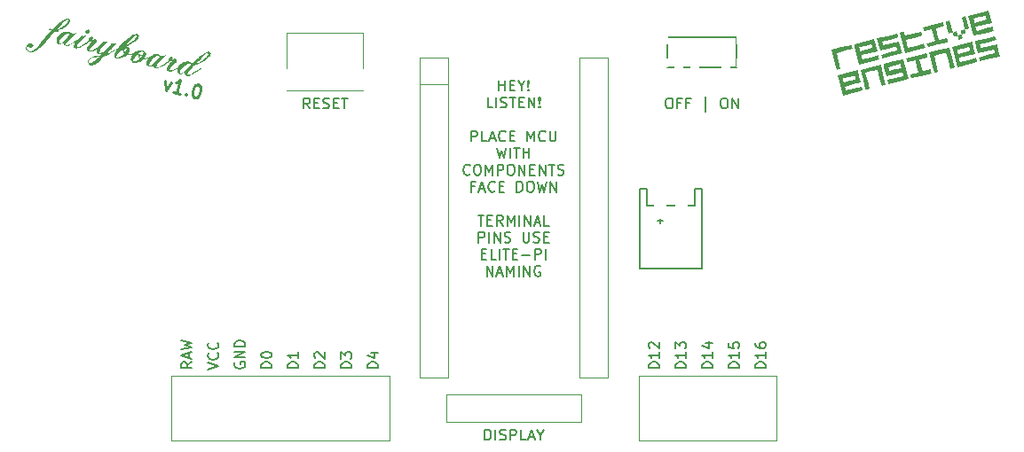
<source format=gto>
G04 #@! TF.GenerationSoftware,KiCad,Pcbnew,8.0.4*
G04 #@! TF.CreationDate,2024-10-20T10:13:07+02:00*
G04 #@! TF.ProjectId,fairyboard,66616972-7962-46f6-9172-642e6b696361,1*
G04 #@! TF.SameCoordinates,Original*
G04 #@! TF.FileFunction,Legend,Top*
G04 #@! TF.FilePolarity,Positive*
%FSLAX46Y46*%
G04 Gerber Fmt 4.6, Leading zero omitted, Abs format (unit mm)*
G04 Created by KiCad (PCBNEW 8.0.4) date 2024-10-20 10:13:07*
%MOMM*%
%LPD*%
G01*
G04 APERTURE LIST*
%ADD10C,0.150000*%
%ADD11C,0.250000*%
%ADD12C,0.300000*%
%ADD13C,0.120000*%
%ADD14C,0.000000*%
%ADD15R,0.900000X1.250000*%
%ADD16R,0.900000X0.900000*%
%ADD17C,1.000000*%
%ADD18C,1.700000*%
%ADD19C,2.000000*%
%ADD20C,1.701800*%
%ADD21C,3.000000*%
%ADD22C,3.987800*%
%ADD23C,3.200000*%
%ADD24C,5.000000*%
%ADD25O,1.700000X1.700000*%
%ADD26C,1.800000*%
%ADD27C,1.100000*%
%ADD28C,0.700000*%
%ADD29C,4.400000*%
%ADD30O,1.752600X1.752600*%
%ADD31O,1.200000X1.700000*%
%ADD32R,1.200000X1.700000*%
G04 APERTURE END LIST*
D10*
X210327222Y-120892810D02*
X210327222Y-119892810D01*
X210327222Y-120369000D02*
X210898650Y-120369000D01*
X210898650Y-120892810D02*
X210898650Y-119892810D01*
X211374841Y-120369000D02*
X211708174Y-120369000D01*
X211851031Y-120892810D02*
X211374841Y-120892810D01*
X211374841Y-120892810D02*
X211374841Y-119892810D01*
X211374841Y-119892810D02*
X211851031Y-119892810D01*
X212470079Y-120416619D02*
X212470079Y-120892810D01*
X212136746Y-119892810D02*
X212470079Y-120416619D01*
X212470079Y-120416619D02*
X212803412Y-119892810D01*
X213136746Y-120797571D02*
X213184365Y-120845191D01*
X213184365Y-120845191D02*
X213136746Y-120892810D01*
X213136746Y-120892810D02*
X213089127Y-120845191D01*
X213089127Y-120845191D02*
X213136746Y-120797571D01*
X213136746Y-120797571D02*
X213136746Y-120892810D01*
X213136746Y-120511857D02*
X213089127Y-119940429D01*
X213089127Y-119940429D02*
X213136746Y-119892810D01*
X213136746Y-119892810D02*
X213184365Y-119940429D01*
X213184365Y-119940429D02*
X213136746Y-120511857D01*
X213136746Y-120511857D02*
X213136746Y-119892810D01*
X209731984Y-122502754D02*
X209255794Y-122502754D01*
X209255794Y-122502754D02*
X209255794Y-121502754D01*
X210065318Y-122502754D02*
X210065318Y-121502754D01*
X210493889Y-122455135D02*
X210636746Y-122502754D01*
X210636746Y-122502754D02*
X210874841Y-122502754D01*
X210874841Y-122502754D02*
X210970079Y-122455135D01*
X210970079Y-122455135D02*
X211017698Y-122407515D01*
X211017698Y-122407515D02*
X211065317Y-122312277D01*
X211065317Y-122312277D02*
X211065317Y-122217039D01*
X211065317Y-122217039D02*
X211017698Y-122121801D01*
X211017698Y-122121801D02*
X210970079Y-122074182D01*
X210970079Y-122074182D02*
X210874841Y-122026563D01*
X210874841Y-122026563D02*
X210684365Y-121978944D01*
X210684365Y-121978944D02*
X210589127Y-121931325D01*
X210589127Y-121931325D02*
X210541508Y-121883706D01*
X210541508Y-121883706D02*
X210493889Y-121788468D01*
X210493889Y-121788468D02*
X210493889Y-121693230D01*
X210493889Y-121693230D02*
X210541508Y-121597992D01*
X210541508Y-121597992D02*
X210589127Y-121550373D01*
X210589127Y-121550373D02*
X210684365Y-121502754D01*
X210684365Y-121502754D02*
X210922460Y-121502754D01*
X210922460Y-121502754D02*
X211065317Y-121550373D01*
X211351032Y-121502754D02*
X211922460Y-121502754D01*
X211636746Y-122502754D02*
X211636746Y-121502754D01*
X212255794Y-121978944D02*
X212589127Y-121978944D01*
X212731984Y-122502754D02*
X212255794Y-122502754D01*
X212255794Y-122502754D02*
X212255794Y-121502754D01*
X212255794Y-121502754D02*
X212731984Y-121502754D01*
X213160556Y-122502754D02*
X213160556Y-121502754D01*
X213160556Y-121502754D02*
X213731984Y-122502754D01*
X213731984Y-122502754D02*
X213731984Y-121502754D01*
X214208175Y-122407515D02*
X214255794Y-122455135D01*
X214255794Y-122455135D02*
X214208175Y-122502754D01*
X214208175Y-122502754D02*
X214160556Y-122455135D01*
X214160556Y-122455135D02*
X214208175Y-122407515D01*
X214208175Y-122407515D02*
X214208175Y-122502754D01*
X214208175Y-122121801D02*
X214160556Y-121550373D01*
X214160556Y-121550373D02*
X214208175Y-121502754D01*
X214208175Y-121502754D02*
X214255794Y-121550373D01*
X214255794Y-121550373D02*
X214208175Y-122121801D01*
X214208175Y-122121801D02*
X214208175Y-121502754D01*
X207708174Y-125722642D02*
X207708174Y-124722642D01*
X207708174Y-124722642D02*
X208089126Y-124722642D01*
X208089126Y-124722642D02*
X208184364Y-124770261D01*
X208184364Y-124770261D02*
X208231983Y-124817880D01*
X208231983Y-124817880D02*
X208279602Y-124913118D01*
X208279602Y-124913118D02*
X208279602Y-125055975D01*
X208279602Y-125055975D02*
X208231983Y-125151213D01*
X208231983Y-125151213D02*
X208184364Y-125198832D01*
X208184364Y-125198832D02*
X208089126Y-125246451D01*
X208089126Y-125246451D02*
X207708174Y-125246451D01*
X209184364Y-125722642D02*
X208708174Y-125722642D01*
X208708174Y-125722642D02*
X208708174Y-124722642D01*
X209470079Y-125436927D02*
X209946269Y-125436927D01*
X209374841Y-125722642D02*
X209708174Y-124722642D01*
X209708174Y-124722642D02*
X210041507Y-125722642D01*
X210946269Y-125627403D02*
X210898650Y-125675023D01*
X210898650Y-125675023D02*
X210755793Y-125722642D01*
X210755793Y-125722642D02*
X210660555Y-125722642D01*
X210660555Y-125722642D02*
X210517698Y-125675023D01*
X210517698Y-125675023D02*
X210422460Y-125579784D01*
X210422460Y-125579784D02*
X210374841Y-125484546D01*
X210374841Y-125484546D02*
X210327222Y-125294070D01*
X210327222Y-125294070D02*
X210327222Y-125151213D01*
X210327222Y-125151213D02*
X210374841Y-124960737D01*
X210374841Y-124960737D02*
X210422460Y-124865499D01*
X210422460Y-124865499D02*
X210517698Y-124770261D01*
X210517698Y-124770261D02*
X210660555Y-124722642D01*
X210660555Y-124722642D02*
X210755793Y-124722642D01*
X210755793Y-124722642D02*
X210898650Y-124770261D01*
X210898650Y-124770261D02*
X210946269Y-124817880D01*
X211374841Y-125198832D02*
X211708174Y-125198832D01*
X211851031Y-125722642D02*
X211374841Y-125722642D01*
X211374841Y-125722642D02*
X211374841Y-124722642D01*
X211374841Y-124722642D02*
X211851031Y-124722642D01*
X213041508Y-125722642D02*
X213041508Y-124722642D01*
X213041508Y-124722642D02*
X213374841Y-125436927D01*
X213374841Y-125436927D02*
X213708174Y-124722642D01*
X213708174Y-124722642D02*
X213708174Y-125722642D01*
X214755793Y-125627403D02*
X214708174Y-125675023D01*
X214708174Y-125675023D02*
X214565317Y-125722642D01*
X214565317Y-125722642D02*
X214470079Y-125722642D01*
X214470079Y-125722642D02*
X214327222Y-125675023D01*
X214327222Y-125675023D02*
X214231984Y-125579784D01*
X214231984Y-125579784D02*
X214184365Y-125484546D01*
X214184365Y-125484546D02*
X214136746Y-125294070D01*
X214136746Y-125294070D02*
X214136746Y-125151213D01*
X214136746Y-125151213D02*
X214184365Y-124960737D01*
X214184365Y-124960737D02*
X214231984Y-124865499D01*
X214231984Y-124865499D02*
X214327222Y-124770261D01*
X214327222Y-124770261D02*
X214470079Y-124722642D01*
X214470079Y-124722642D02*
X214565317Y-124722642D01*
X214565317Y-124722642D02*
X214708174Y-124770261D01*
X214708174Y-124770261D02*
X214755793Y-124817880D01*
X215184365Y-124722642D02*
X215184365Y-125532165D01*
X215184365Y-125532165D02*
X215231984Y-125627403D01*
X215231984Y-125627403D02*
X215279603Y-125675023D01*
X215279603Y-125675023D02*
X215374841Y-125722642D01*
X215374841Y-125722642D02*
X215565317Y-125722642D01*
X215565317Y-125722642D02*
X215660555Y-125675023D01*
X215660555Y-125675023D02*
X215708174Y-125627403D01*
X215708174Y-125627403D02*
X215755793Y-125532165D01*
X215755793Y-125532165D02*
X215755793Y-124722642D01*
X210160556Y-126332586D02*
X210398651Y-127332586D01*
X210398651Y-127332586D02*
X210589127Y-126618300D01*
X210589127Y-126618300D02*
X210779603Y-127332586D01*
X210779603Y-127332586D02*
X211017699Y-126332586D01*
X211398651Y-127332586D02*
X211398651Y-126332586D01*
X211731984Y-126332586D02*
X212303412Y-126332586D01*
X212017698Y-127332586D02*
X212017698Y-126332586D01*
X212636746Y-127332586D02*
X212636746Y-126332586D01*
X212636746Y-126808776D02*
X213208174Y-126808776D01*
X213208174Y-127332586D02*
X213208174Y-126332586D01*
X207565317Y-128847291D02*
X207517698Y-128894911D01*
X207517698Y-128894911D02*
X207374841Y-128942530D01*
X207374841Y-128942530D02*
X207279603Y-128942530D01*
X207279603Y-128942530D02*
X207136746Y-128894911D01*
X207136746Y-128894911D02*
X207041508Y-128799672D01*
X207041508Y-128799672D02*
X206993889Y-128704434D01*
X206993889Y-128704434D02*
X206946270Y-128513958D01*
X206946270Y-128513958D02*
X206946270Y-128371101D01*
X206946270Y-128371101D02*
X206993889Y-128180625D01*
X206993889Y-128180625D02*
X207041508Y-128085387D01*
X207041508Y-128085387D02*
X207136746Y-127990149D01*
X207136746Y-127990149D02*
X207279603Y-127942530D01*
X207279603Y-127942530D02*
X207374841Y-127942530D01*
X207374841Y-127942530D02*
X207517698Y-127990149D01*
X207517698Y-127990149D02*
X207565317Y-128037768D01*
X208184365Y-127942530D02*
X208374841Y-127942530D01*
X208374841Y-127942530D02*
X208470079Y-127990149D01*
X208470079Y-127990149D02*
X208565317Y-128085387D01*
X208565317Y-128085387D02*
X208612936Y-128275863D01*
X208612936Y-128275863D02*
X208612936Y-128609196D01*
X208612936Y-128609196D02*
X208565317Y-128799672D01*
X208565317Y-128799672D02*
X208470079Y-128894911D01*
X208470079Y-128894911D02*
X208374841Y-128942530D01*
X208374841Y-128942530D02*
X208184365Y-128942530D01*
X208184365Y-128942530D02*
X208089127Y-128894911D01*
X208089127Y-128894911D02*
X207993889Y-128799672D01*
X207993889Y-128799672D02*
X207946270Y-128609196D01*
X207946270Y-128609196D02*
X207946270Y-128275863D01*
X207946270Y-128275863D02*
X207993889Y-128085387D01*
X207993889Y-128085387D02*
X208089127Y-127990149D01*
X208089127Y-127990149D02*
X208184365Y-127942530D01*
X209041508Y-128942530D02*
X209041508Y-127942530D01*
X209041508Y-127942530D02*
X209374841Y-128656815D01*
X209374841Y-128656815D02*
X209708174Y-127942530D01*
X209708174Y-127942530D02*
X209708174Y-128942530D01*
X210184365Y-128942530D02*
X210184365Y-127942530D01*
X210184365Y-127942530D02*
X210565317Y-127942530D01*
X210565317Y-127942530D02*
X210660555Y-127990149D01*
X210660555Y-127990149D02*
X210708174Y-128037768D01*
X210708174Y-128037768D02*
X210755793Y-128133006D01*
X210755793Y-128133006D02*
X210755793Y-128275863D01*
X210755793Y-128275863D02*
X210708174Y-128371101D01*
X210708174Y-128371101D02*
X210660555Y-128418720D01*
X210660555Y-128418720D02*
X210565317Y-128466339D01*
X210565317Y-128466339D02*
X210184365Y-128466339D01*
X211374841Y-127942530D02*
X211565317Y-127942530D01*
X211565317Y-127942530D02*
X211660555Y-127990149D01*
X211660555Y-127990149D02*
X211755793Y-128085387D01*
X211755793Y-128085387D02*
X211803412Y-128275863D01*
X211803412Y-128275863D02*
X211803412Y-128609196D01*
X211803412Y-128609196D02*
X211755793Y-128799672D01*
X211755793Y-128799672D02*
X211660555Y-128894911D01*
X211660555Y-128894911D02*
X211565317Y-128942530D01*
X211565317Y-128942530D02*
X211374841Y-128942530D01*
X211374841Y-128942530D02*
X211279603Y-128894911D01*
X211279603Y-128894911D02*
X211184365Y-128799672D01*
X211184365Y-128799672D02*
X211136746Y-128609196D01*
X211136746Y-128609196D02*
X211136746Y-128275863D01*
X211136746Y-128275863D02*
X211184365Y-128085387D01*
X211184365Y-128085387D02*
X211279603Y-127990149D01*
X211279603Y-127990149D02*
X211374841Y-127942530D01*
X212231984Y-128942530D02*
X212231984Y-127942530D01*
X212231984Y-127942530D02*
X212803412Y-128942530D01*
X212803412Y-128942530D02*
X212803412Y-127942530D01*
X213279603Y-128418720D02*
X213612936Y-128418720D01*
X213755793Y-128942530D02*
X213279603Y-128942530D01*
X213279603Y-128942530D02*
X213279603Y-127942530D01*
X213279603Y-127942530D02*
X213755793Y-127942530D01*
X214184365Y-128942530D02*
X214184365Y-127942530D01*
X214184365Y-127942530D02*
X214755793Y-128942530D01*
X214755793Y-128942530D02*
X214755793Y-127942530D01*
X215089127Y-127942530D02*
X215660555Y-127942530D01*
X215374841Y-128942530D02*
X215374841Y-127942530D01*
X215946270Y-128894911D02*
X216089127Y-128942530D01*
X216089127Y-128942530D02*
X216327222Y-128942530D01*
X216327222Y-128942530D02*
X216422460Y-128894911D01*
X216422460Y-128894911D02*
X216470079Y-128847291D01*
X216470079Y-128847291D02*
X216517698Y-128752053D01*
X216517698Y-128752053D02*
X216517698Y-128656815D01*
X216517698Y-128656815D02*
X216470079Y-128561577D01*
X216470079Y-128561577D02*
X216422460Y-128513958D01*
X216422460Y-128513958D02*
X216327222Y-128466339D01*
X216327222Y-128466339D02*
X216136746Y-128418720D01*
X216136746Y-128418720D02*
X216041508Y-128371101D01*
X216041508Y-128371101D02*
X215993889Y-128323482D01*
X215993889Y-128323482D02*
X215946270Y-128228244D01*
X215946270Y-128228244D02*
X215946270Y-128133006D01*
X215946270Y-128133006D02*
X215993889Y-128037768D01*
X215993889Y-128037768D02*
X216041508Y-127990149D01*
X216041508Y-127990149D02*
X216136746Y-127942530D01*
X216136746Y-127942530D02*
X216374841Y-127942530D01*
X216374841Y-127942530D02*
X216517698Y-127990149D01*
X207993888Y-130028664D02*
X207660555Y-130028664D01*
X207660555Y-130552474D02*
X207660555Y-129552474D01*
X207660555Y-129552474D02*
X208136745Y-129552474D01*
X208470079Y-130266759D02*
X208946269Y-130266759D01*
X208374841Y-130552474D02*
X208708174Y-129552474D01*
X208708174Y-129552474D02*
X209041507Y-130552474D01*
X209946269Y-130457235D02*
X209898650Y-130504855D01*
X209898650Y-130504855D02*
X209755793Y-130552474D01*
X209755793Y-130552474D02*
X209660555Y-130552474D01*
X209660555Y-130552474D02*
X209517698Y-130504855D01*
X209517698Y-130504855D02*
X209422460Y-130409616D01*
X209422460Y-130409616D02*
X209374841Y-130314378D01*
X209374841Y-130314378D02*
X209327222Y-130123902D01*
X209327222Y-130123902D02*
X209327222Y-129981045D01*
X209327222Y-129981045D02*
X209374841Y-129790569D01*
X209374841Y-129790569D02*
X209422460Y-129695331D01*
X209422460Y-129695331D02*
X209517698Y-129600093D01*
X209517698Y-129600093D02*
X209660555Y-129552474D01*
X209660555Y-129552474D02*
X209755793Y-129552474D01*
X209755793Y-129552474D02*
X209898650Y-129600093D01*
X209898650Y-129600093D02*
X209946269Y-129647712D01*
X210374841Y-130028664D02*
X210708174Y-130028664D01*
X210851031Y-130552474D02*
X210374841Y-130552474D01*
X210374841Y-130552474D02*
X210374841Y-129552474D01*
X210374841Y-129552474D02*
X210851031Y-129552474D01*
X212041508Y-130552474D02*
X212041508Y-129552474D01*
X212041508Y-129552474D02*
X212279603Y-129552474D01*
X212279603Y-129552474D02*
X212422460Y-129600093D01*
X212422460Y-129600093D02*
X212517698Y-129695331D01*
X212517698Y-129695331D02*
X212565317Y-129790569D01*
X212565317Y-129790569D02*
X212612936Y-129981045D01*
X212612936Y-129981045D02*
X212612936Y-130123902D01*
X212612936Y-130123902D02*
X212565317Y-130314378D01*
X212565317Y-130314378D02*
X212517698Y-130409616D01*
X212517698Y-130409616D02*
X212422460Y-130504855D01*
X212422460Y-130504855D02*
X212279603Y-130552474D01*
X212279603Y-130552474D02*
X212041508Y-130552474D01*
X213231984Y-129552474D02*
X213422460Y-129552474D01*
X213422460Y-129552474D02*
X213517698Y-129600093D01*
X213517698Y-129600093D02*
X213612936Y-129695331D01*
X213612936Y-129695331D02*
X213660555Y-129885807D01*
X213660555Y-129885807D02*
X213660555Y-130219140D01*
X213660555Y-130219140D02*
X213612936Y-130409616D01*
X213612936Y-130409616D02*
X213517698Y-130504855D01*
X213517698Y-130504855D02*
X213422460Y-130552474D01*
X213422460Y-130552474D02*
X213231984Y-130552474D01*
X213231984Y-130552474D02*
X213136746Y-130504855D01*
X213136746Y-130504855D02*
X213041508Y-130409616D01*
X213041508Y-130409616D02*
X212993889Y-130219140D01*
X212993889Y-130219140D02*
X212993889Y-129885807D01*
X212993889Y-129885807D02*
X213041508Y-129695331D01*
X213041508Y-129695331D02*
X213136746Y-129600093D01*
X213136746Y-129600093D02*
X213231984Y-129552474D01*
X213993889Y-129552474D02*
X214231984Y-130552474D01*
X214231984Y-130552474D02*
X214422460Y-129838188D01*
X214422460Y-129838188D02*
X214612936Y-130552474D01*
X214612936Y-130552474D02*
X214851032Y-129552474D01*
X215231984Y-130552474D02*
X215231984Y-129552474D01*
X215231984Y-129552474D02*
X215803412Y-130552474D01*
X215803412Y-130552474D02*
X215803412Y-129552474D01*
X208327222Y-132772362D02*
X208898650Y-132772362D01*
X208612936Y-133772362D02*
X208612936Y-132772362D01*
X209231984Y-133248552D02*
X209565317Y-133248552D01*
X209708174Y-133772362D02*
X209231984Y-133772362D01*
X209231984Y-133772362D02*
X209231984Y-132772362D01*
X209231984Y-132772362D02*
X209708174Y-132772362D01*
X210708174Y-133772362D02*
X210374841Y-133296171D01*
X210136746Y-133772362D02*
X210136746Y-132772362D01*
X210136746Y-132772362D02*
X210517698Y-132772362D01*
X210517698Y-132772362D02*
X210612936Y-132819981D01*
X210612936Y-132819981D02*
X210660555Y-132867600D01*
X210660555Y-132867600D02*
X210708174Y-132962838D01*
X210708174Y-132962838D02*
X210708174Y-133105695D01*
X210708174Y-133105695D02*
X210660555Y-133200933D01*
X210660555Y-133200933D02*
X210612936Y-133248552D01*
X210612936Y-133248552D02*
X210517698Y-133296171D01*
X210517698Y-133296171D02*
X210136746Y-133296171D01*
X211136746Y-133772362D02*
X211136746Y-132772362D01*
X211136746Y-132772362D02*
X211470079Y-133486647D01*
X211470079Y-133486647D02*
X211803412Y-132772362D01*
X211803412Y-132772362D02*
X211803412Y-133772362D01*
X212279603Y-133772362D02*
X212279603Y-132772362D01*
X212755793Y-133772362D02*
X212755793Y-132772362D01*
X212755793Y-132772362D02*
X213327221Y-133772362D01*
X213327221Y-133772362D02*
X213327221Y-132772362D01*
X213755793Y-133486647D02*
X214231983Y-133486647D01*
X213660555Y-133772362D02*
X213993888Y-132772362D01*
X213993888Y-132772362D02*
X214327221Y-133772362D01*
X215136745Y-133772362D02*
X214660555Y-133772362D01*
X214660555Y-133772362D02*
X214660555Y-132772362D01*
X208398651Y-135382306D02*
X208398651Y-134382306D01*
X208398651Y-134382306D02*
X208779603Y-134382306D01*
X208779603Y-134382306D02*
X208874841Y-134429925D01*
X208874841Y-134429925D02*
X208922460Y-134477544D01*
X208922460Y-134477544D02*
X208970079Y-134572782D01*
X208970079Y-134572782D02*
X208970079Y-134715639D01*
X208970079Y-134715639D02*
X208922460Y-134810877D01*
X208922460Y-134810877D02*
X208874841Y-134858496D01*
X208874841Y-134858496D02*
X208779603Y-134906115D01*
X208779603Y-134906115D02*
X208398651Y-134906115D01*
X209398651Y-135382306D02*
X209398651Y-134382306D01*
X209874841Y-135382306D02*
X209874841Y-134382306D01*
X209874841Y-134382306D02*
X210446269Y-135382306D01*
X210446269Y-135382306D02*
X210446269Y-134382306D01*
X210874841Y-135334687D02*
X211017698Y-135382306D01*
X211017698Y-135382306D02*
X211255793Y-135382306D01*
X211255793Y-135382306D02*
X211351031Y-135334687D01*
X211351031Y-135334687D02*
X211398650Y-135287067D01*
X211398650Y-135287067D02*
X211446269Y-135191829D01*
X211446269Y-135191829D02*
X211446269Y-135096591D01*
X211446269Y-135096591D02*
X211398650Y-135001353D01*
X211398650Y-135001353D02*
X211351031Y-134953734D01*
X211351031Y-134953734D02*
X211255793Y-134906115D01*
X211255793Y-134906115D02*
X211065317Y-134858496D01*
X211065317Y-134858496D02*
X210970079Y-134810877D01*
X210970079Y-134810877D02*
X210922460Y-134763258D01*
X210922460Y-134763258D02*
X210874841Y-134668020D01*
X210874841Y-134668020D02*
X210874841Y-134572782D01*
X210874841Y-134572782D02*
X210922460Y-134477544D01*
X210922460Y-134477544D02*
X210970079Y-134429925D01*
X210970079Y-134429925D02*
X211065317Y-134382306D01*
X211065317Y-134382306D02*
X211303412Y-134382306D01*
X211303412Y-134382306D02*
X211446269Y-134429925D01*
X212636746Y-134382306D02*
X212636746Y-135191829D01*
X212636746Y-135191829D02*
X212684365Y-135287067D01*
X212684365Y-135287067D02*
X212731984Y-135334687D01*
X212731984Y-135334687D02*
X212827222Y-135382306D01*
X212827222Y-135382306D02*
X213017698Y-135382306D01*
X213017698Y-135382306D02*
X213112936Y-135334687D01*
X213112936Y-135334687D02*
X213160555Y-135287067D01*
X213160555Y-135287067D02*
X213208174Y-135191829D01*
X213208174Y-135191829D02*
X213208174Y-134382306D01*
X213636746Y-135334687D02*
X213779603Y-135382306D01*
X213779603Y-135382306D02*
X214017698Y-135382306D01*
X214017698Y-135382306D02*
X214112936Y-135334687D01*
X214112936Y-135334687D02*
X214160555Y-135287067D01*
X214160555Y-135287067D02*
X214208174Y-135191829D01*
X214208174Y-135191829D02*
X214208174Y-135096591D01*
X214208174Y-135096591D02*
X214160555Y-135001353D01*
X214160555Y-135001353D02*
X214112936Y-134953734D01*
X214112936Y-134953734D02*
X214017698Y-134906115D01*
X214017698Y-134906115D02*
X213827222Y-134858496D01*
X213827222Y-134858496D02*
X213731984Y-134810877D01*
X213731984Y-134810877D02*
X213684365Y-134763258D01*
X213684365Y-134763258D02*
X213636746Y-134668020D01*
X213636746Y-134668020D02*
X213636746Y-134572782D01*
X213636746Y-134572782D02*
X213684365Y-134477544D01*
X213684365Y-134477544D02*
X213731984Y-134429925D01*
X213731984Y-134429925D02*
X213827222Y-134382306D01*
X213827222Y-134382306D02*
X214065317Y-134382306D01*
X214065317Y-134382306D02*
X214208174Y-134429925D01*
X214636746Y-134858496D02*
X214970079Y-134858496D01*
X215112936Y-135382306D02*
X214636746Y-135382306D01*
X214636746Y-135382306D02*
X214636746Y-134382306D01*
X214636746Y-134382306D02*
X215112936Y-134382306D01*
X208684365Y-136468440D02*
X209017698Y-136468440D01*
X209160555Y-136992250D02*
X208684365Y-136992250D01*
X208684365Y-136992250D02*
X208684365Y-135992250D01*
X208684365Y-135992250D02*
X209160555Y-135992250D01*
X210065317Y-136992250D02*
X209589127Y-136992250D01*
X209589127Y-136992250D02*
X209589127Y-135992250D01*
X210398651Y-136992250D02*
X210398651Y-135992250D01*
X210731984Y-135992250D02*
X211303412Y-135992250D01*
X211017698Y-136992250D02*
X211017698Y-135992250D01*
X211636746Y-136468440D02*
X211970079Y-136468440D01*
X212112936Y-136992250D02*
X211636746Y-136992250D01*
X211636746Y-136992250D02*
X211636746Y-135992250D01*
X211636746Y-135992250D02*
X212112936Y-135992250D01*
X212541508Y-136611297D02*
X213303413Y-136611297D01*
X213779603Y-136992250D02*
X213779603Y-135992250D01*
X213779603Y-135992250D02*
X214160555Y-135992250D01*
X214160555Y-135992250D02*
X214255793Y-136039869D01*
X214255793Y-136039869D02*
X214303412Y-136087488D01*
X214303412Y-136087488D02*
X214351031Y-136182726D01*
X214351031Y-136182726D02*
X214351031Y-136325583D01*
X214351031Y-136325583D02*
X214303412Y-136420821D01*
X214303412Y-136420821D02*
X214255793Y-136468440D01*
X214255793Y-136468440D02*
X214160555Y-136516059D01*
X214160555Y-136516059D02*
X213779603Y-136516059D01*
X214779603Y-136992250D02*
X214779603Y-135992250D01*
X209184365Y-138602194D02*
X209184365Y-137602194D01*
X209184365Y-137602194D02*
X209755793Y-138602194D01*
X209755793Y-138602194D02*
X209755793Y-137602194D01*
X210184365Y-138316479D02*
X210660555Y-138316479D01*
X210089127Y-138602194D02*
X210422460Y-137602194D01*
X210422460Y-137602194D02*
X210755793Y-138602194D01*
X211089127Y-138602194D02*
X211089127Y-137602194D01*
X211089127Y-137602194D02*
X211422460Y-138316479D01*
X211422460Y-138316479D02*
X211755793Y-137602194D01*
X211755793Y-137602194D02*
X211755793Y-138602194D01*
X212231984Y-138602194D02*
X212231984Y-137602194D01*
X212708174Y-138602194D02*
X212708174Y-137602194D01*
X212708174Y-137602194D02*
X213279602Y-138602194D01*
X213279602Y-138602194D02*
X213279602Y-137602194D01*
X214279602Y-137649813D02*
X214184364Y-137602194D01*
X214184364Y-137602194D02*
X214041507Y-137602194D01*
X214041507Y-137602194D02*
X213898650Y-137649813D01*
X213898650Y-137649813D02*
X213803412Y-137745051D01*
X213803412Y-137745051D02*
X213755793Y-137840289D01*
X213755793Y-137840289D02*
X213708174Y-138030765D01*
X213708174Y-138030765D02*
X213708174Y-138173622D01*
X213708174Y-138173622D02*
X213755793Y-138364098D01*
X213755793Y-138364098D02*
X213803412Y-138459336D01*
X213803412Y-138459336D02*
X213898650Y-138554575D01*
X213898650Y-138554575D02*
X214041507Y-138602194D01*
X214041507Y-138602194D02*
X214136745Y-138602194D01*
X214136745Y-138602194D02*
X214279602Y-138554575D01*
X214279602Y-138554575D02*
X214327221Y-138506955D01*
X214327221Y-138506955D02*
X214327221Y-138173622D01*
X214327221Y-138173622D02*
X214136745Y-138173622D01*
D11*
X178460280Y-119941822D02*
X178547457Y-120822402D01*
X178547457Y-120822402D02*
X179037837Y-120085823D01*
X179933594Y-121168005D02*
X179240526Y-120995204D01*
X179587060Y-121081604D02*
X179889462Y-119868735D01*
X179889462Y-119868735D02*
X179730751Y-120013202D01*
X179730751Y-120013202D02*
X179586439Y-120099913D01*
X179586439Y-120099913D02*
X179456527Y-120128868D01*
X180482195Y-121182095D02*
X180525551Y-121254251D01*
X180525551Y-121254251D02*
X180453395Y-121297606D01*
X180453395Y-121297606D02*
X180410040Y-121225450D01*
X180410040Y-121225450D02*
X180482195Y-121182095D01*
X180482195Y-121182095D02*
X180453395Y-121297606D01*
X181564377Y-120286338D02*
X181679889Y-120315138D01*
X181679889Y-120315138D02*
X181781000Y-120401694D01*
X181781000Y-120401694D02*
X181824355Y-120473850D01*
X181824355Y-120473850D02*
X181853311Y-120603762D01*
X181853311Y-120603762D02*
X181853466Y-120849184D01*
X181853466Y-120849184D02*
X181781466Y-121137963D01*
X181781466Y-121137963D02*
X181666109Y-121354586D01*
X181666109Y-121354586D02*
X181579554Y-121455697D01*
X181579554Y-121455697D02*
X181507398Y-121499052D01*
X181507398Y-121499052D02*
X181377486Y-121528008D01*
X181377486Y-121528008D02*
X181261975Y-121499208D01*
X181261975Y-121499208D02*
X181160864Y-121412652D01*
X181160864Y-121412652D02*
X181117508Y-121340496D01*
X181117508Y-121340496D02*
X181088552Y-121210584D01*
X181088552Y-121210584D02*
X181088397Y-120965162D01*
X181088397Y-120965162D02*
X181160398Y-120676383D01*
X181160398Y-120676383D02*
X181275754Y-120459760D01*
X181275754Y-120459760D02*
X181362310Y-120358649D01*
X181362310Y-120358649D02*
X181434466Y-120315294D01*
X181434466Y-120315294D02*
X181564377Y-120286338D01*
D12*
G36*
X169304700Y-113961793D02*
G01*
X169415824Y-114046137D01*
X169444166Y-114180825D01*
X169425236Y-114242745D01*
X169354304Y-114385661D01*
X169263682Y-114506420D01*
X169145532Y-114625572D01*
X169026045Y-114723638D01*
X168887441Y-114820588D01*
X168766392Y-114898297D01*
X168627493Y-114978923D01*
X168495534Y-115045773D01*
X168350351Y-115106357D01*
X168195992Y-115152637D01*
X168365202Y-115194826D01*
X168268768Y-115296894D01*
X167978695Y-115224571D01*
X167162877Y-116164477D01*
X167129315Y-116202140D01*
X167030776Y-116310737D01*
X166904405Y-116445282D01*
X166783763Y-116568111D01*
X166668850Y-116679223D01*
X166533266Y-116801639D01*
X166406634Y-116905747D01*
X166266493Y-117006514D01*
X166145410Y-117078356D01*
X166004186Y-117142755D01*
X165845043Y-117187814D01*
X165691952Y-117200487D01*
X165544912Y-117180774D01*
X165511789Y-117171506D01*
X165376697Y-117106438D01*
X165267563Y-116996838D01*
X165255929Y-116979318D01*
X165203713Y-116839353D01*
X165213341Y-116684276D01*
X165226012Y-116641453D01*
X165297530Y-116508568D01*
X165411312Y-116402120D01*
X165441562Y-116383346D01*
X165583780Y-116330221D01*
X165738084Y-116336338D01*
X165765696Y-116345029D01*
X165878547Y-116445365D01*
X165891780Y-116472562D01*
X165903716Y-116623061D01*
X165894542Y-116651873D01*
X165788289Y-116758907D01*
X165753653Y-116771572D01*
X165602234Y-116775197D01*
X165529293Y-116722663D01*
X165466874Y-116585130D01*
X165619344Y-116573304D01*
X165576808Y-116474345D01*
X165535031Y-116474143D01*
X165415679Y-116563303D01*
X165376069Y-116612188D01*
X165307213Y-116746949D01*
X165300799Y-116825643D01*
X165365283Y-116962300D01*
X165430475Y-117025953D01*
X165567424Y-117090481D01*
X165682998Y-117098294D01*
X165825017Y-117059865D01*
X165961921Y-116983734D01*
X166089947Y-116884715D01*
X166101933Y-116874066D01*
X166217597Y-116760037D01*
X166327414Y-116640870D01*
X166434035Y-116519533D01*
X166529218Y-116408044D01*
X166633191Y-116283738D01*
X166745951Y-116146614D01*
X166853646Y-116015448D01*
X166956047Y-115891457D01*
X167053154Y-115774643D01*
X167159755Y-115647429D01*
X167259151Y-115529981D01*
X167312481Y-115467479D01*
X167410684Y-115353391D01*
X167507685Y-115242444D01*
X167606861Y-115131862D01*
X167378220Y-115074855D01*
X168108153Y-115074855D01*
X168137533Y-115062604D01*
X168280706Y-114997922D01*
X168417671Y-114927525D01*
X168548428Y-114851413D01*
X168672978Y-114769588D01*
X168791319Y-114682047D01*
X168925135Y-114569456D01*
X168972360Y-114526191D01*
X169079756Y-114414891D01*
X169168345Y-114296763D01*
X169233379Y-114150925D01*
X169210386Y-114043245D01*
X169132436Y-114069268D01*
X169012843Y-114156181D01*
X168892078Y-114260761D01*
X168771098Y-114373705D01*
X168660997Y-114480944D01*
X168636554Y-114505723D01*
X168530920Y-114613788D01*
X168421921Y-114727260D01*
X168312199Y-114844054D01*
X168205701Y-114960894D01*
X168108153Y-115074855D01*
X167378220Y-115074855D01*
X167369400Y-115072656D01*
X167464411Y-114970234D01*
X167706850Y-115030680D01*
X167754119Y-114982973D01*
X167860354Y-114878191D01*
X167966423Y-114776952D01*
X168084083Y-114668618D01*
X168095885Y-114657998D01*
X168212916Y-114554788D01*
X168328145Y-114457028D01*
X168452816Y-114355788D01*
X168593533Y-114248750D01*
X168724470Y-114158222D01*
X168874387Y-114068282D01*
X169009022Y-114004140D01*
X169150412Y-113961224D01*
X169304700Y-113961793D01*
G37*
G36*
X169302507Y-115269939D02*
G01*
X169385745Y-115299247D01*
X169491678Y-115404703D01*
X169588516Y-115379762D01*
X169672951Y-115413652D01*
X169754542Y-115446832D01*
X169814943Y-115413562D01*
X169827483Y-115406410D01*
X169970944Y-115363348D01*
X169142667Y-116274473D01*
X169114115Y-116306970D01*
X169031876Y-116434129D01*
X169084881Y-116509268D01*
X169122972Y-116512334D01*
X169266886Y-116475871D01*
X169409010Y-116412837D01*
X169557956Y-116334221D01*
X169701204Y-116251372D01*
X169778202Y-116205438D01*
X169904302Y-116128082D01*
X170032509Y-116046260D01*
X170089741Y-116008521D01*
X170211986Y-115925039D01*
X170331824Y-115839213D01*
X170384830Y-115914352D01*
X170257265Y-116006454D01*
X170135464Y-116092000D01*
X169963572Y-116208025D01*
X169804649Y-116309297D01*
X169658698Y-116395816D01*
X169525716Y-116467582D01*
X169368584Y-116540321D01*
X169204593Y-116594364D01*
X169035535Y-116601177D01*
X168938580Y-116562985D01*
X168825390Y-116452191D01*
X168772515Y-116311316D01*
X168636621Y-116395708D01*
X168486345Y-116437746D01*
X168335237Y-116426572D01*
X168226073Y-116378179D01*
X168135998Y-116252005D01*
X168132497Y-116219869D01*
X168372425Y-116219869D01*
X168403428Y-116346914D01*
X168525845Y-116338781D01*
X168654529Y-116267518D01*
X168771533Y-116163815D01*
X168807902Y-116126585D01*
X168942165Y-115988143D01*
X169058490Y-115866468D01*
X169178670Y-115737952D01*
X169285889Y-115618314D01*
X169379241Y-115492209D01*
X169334756Y-115401070D01*
X169260259Y-115393153D01*
X169110145Y-115428614D01*
X168979151Y-115500386D01*
X168856955Y-115592679D01*
X168748131Y-115691291D01*
X168728258Y-115710811D01*
X168620036Y-115823863D01*
X168517650Y-115946945D01*
X168432118Y-116075991D01*
X168372425Y-116219869D01*
X168132497Y-116219869D01*
X168119737Y-116102747D01*
X168146196Y-115936915D01*
X168180305Y-115829838D01*
X168249787Y-115692656D01*
X168344619Y-115570323D01*
X168464803Y-115462839D01*
X168587995Y-115382527D01*
X168677230Y-115336635D01*
X168833446Y-115278199D01*
X168989731Y-115247604D01*
X169146084Y-115244850D01*
X169302507Y-115269939D01*
G37*
G36*
X171289505Y-115257130D02*
G01*
X171268809Y-115128124D01*
X171160001Y-115052665D01*
X171010753Y-115064807D01*
X170978220Y-115082103D01*
X170880440Y-115196658D01*
X170869376Y-115230917D01*
X170888480Y-115372364D01*
X171002448Y-115457417D01*
X171148144Y-115436911D01*
X171180490Y-115415719D01*
X171273917Y-115302235D01*
X171289505Y-115257130D01*
G37*
G36*
X171339471Y-116144063D02*
G01*
X171286642Y-116068214D01*
X171164486Y-116155326D01*
X171043117Y-116237462D01*
X170908230Y-116325117D01*
X170781853Y-116404643D01*
X170692085Y-116459913D01*
X170547748Y-116545754D01*
X170400920Y-116628084D01*
X170265990Y-116695622D01*
X170125802Y-116739961D01*
X170113628Y-116738577D01*
X170066827Y-116638555D01*
X170130790Y-116504235D01*
X170133737Y-116500430D01*
X170938204Y-115596962D01*
X170792327Y-115637282D01*
X170779004Y-115644867D01*
X170702435Y-115685434D01*
X170657988Y-115654718D01*
X170572304Y-115613721D01*
X170432115Y-115663735D01*
X170417202Y-115678506D01*
X170310588Y-115793638D01*
X170206974Y-115904629D01*
X170195390Y-115916959D01*
X170093001Y-116027234D01*
X170054206Y-116071303D01*
X169953139Y-116189113D01*
X169865510Y-116315287D01*
X169800521Y-116447578D01*
X169780806Y-116510605D01*
X169776548Y-116666901D01*
X169863933Y-116785857D01*
X169992492Y-116839773D01*
X170151476Y-116830051D01*
X170311551Y-116774261D01*
X170467519Y-116700323D01*
X170600776Y-116627774D01*
X170747986Y-116540571D01*
X170909152Y-116438714D01*
X171084271Y-116322204D01*
X171208770Y-116236390D01*
X171339471Y-116144063D01*
G37*
G36*
X171535949Y-115729367D02*
G01*
X171594311Y-115864005D01*
X171583951Y-115894483D01*
X171487751Y-116014545D01*
X171358104Y-116102645D01*
X171430952Y-116063317D01*
X171580458Y-115988438D01*
X171716228Y-115931812D01*
X171863751Y-115907018D01*
X171969010Y-115990655D01*
X171984204Y-116129616D01*
X171941734Y-116206060D01*
X171843751Y-116317370D01*
X171381994Y-116785224D01*
X171363352Y-116803702D01*
X171269588Y-116921068D01*
X171331855Y-117028723D01*
X171493649Y-117023531D01*
X171640507Y-116971873D01*
X171776768Y-116901776D01*
X171929718Y-116806106D01*
X172055383Y-116717571D01*
X172190435Y-116614651D01*
X172334875Y-116497346D01*
X172488702Y-116365655D01*
X172540997Y-116440617D01*
X172422643Y-116549607D01*
X172290815Y-116666048D01*
X172170110Y-116766837D01*
X172043347Y-116864644D01*
X171917014Y-116950337D01*
X171890499Y-116966445D01*
X171760882Y-117036904D01*
X171611845Y-117099275D01*
X171469902Y-117137451D01*
X171313269Y-117151409D01*
X171166293Y-117132434D01*
X171043515Y-117062292D01*
X170991871Y-116916124D01*
X171009491Y-116758803D01*
X171072434Y-116643169D01*
X171167686Y-116526388D01*
X171274064Y-116412451D01*
X171316978Y-116368074D01*
X171421238Y-116257748D01*
X171521443Y-116135063D01*
X171529260Y-116130970D01*
X171421056Y-116168181D01*
X171389273Y-116180271D01*
X171239804Y-116192464D01*
X171168547Y-116138707D01*
X171167549Y-116012242D01*
X171274167Y-116012242D01*
X171274554Y-116062179D01*
X171395021Y-115961065D01*
X171486424Y-115839371D01*
X171475750Y-115821606D01*
X171358674Y-115879259D01*
X171354430Y-115883610D01*
X171274167Y-116012242D01*
X171167549Y-116012242D01*
X171167345Y-115986363D01*
X171196762Y-115912247D01*
X171293221Y-115793465D01*
X171350850Y-115746142D01*
X171501630Y-115717806D01*
X171535949Y-115729367D01*
G37*
G36*
X172322587Y-117001617D02*
G01*
X172287263Y-117045340D01*
X172216071Y-117177442D01*
X172223598Y-117277490D01*
X172267682Y-117279558D01*
X172414799Y-117249646D01*
X172436914Y-117243481D01*
X172573946Y-117186812D01*
X172692465Y-117093083D01*
X173315283Y-116427510D01*
X173336928Y-116405296D01*
X173477308Y-116350102D01*
X173554104Y-116387373D01*
X173616146Y-116420211D01*
X173686497Y-116383380D01*
X173704732Y-116373283D01*
X173848717Y-116332451D01*
X173408660Y-116831392D01*
X173388657Y-116854345D01*
X173285225Y-116968261D01*
X173176100Y-117080758D01*
X173061282Y-117191835D01*
X172970757Y-117276262D01*
X172856616Y-117380590D01*
X172737142Y-117486333D01*
X172741851Y-117485075D01*
X172877859Y-117427376D01*
X173009317Y-117357852D01*
X173359107Y-117157348D01*
X174045723Y-116771988D01*
X174098195Y-116846239D01*
X173966140Y-116924300D01*
X173829504Y-117003152D01*
X173688760Y-117083370D01*
X173554814Y-117159125D01*
X173405722Y-117242976D01*
X173392393Y-117250910D01*
X173261471Y-117324816D01*
X173165867Y-117377992D01*
X173036566Y-117451489D01*
X172894392Y-117515391D01*
X172755370Y-117563767D01*
X172608199Y-117606726D01*
X172572275Y-117648306D01*
X172476122Y-117759376D01*
X172375032Y-117875575D01*
X172364546Y-117887642D01*
X172263688Y-118004132D01*
X172161209Y-118110129D01*
X172054118Y-118211655D01*
X171995095Y-118262455D01*
X171873295Y-118352341D01*
X171826634Y-118378764D01*
X171688699Y-118436085D01*
X171539040Y-118461160D01*
X171393174Y-118445588D01*
X171269243Y-118392454D01*
X171165957Y-118287745D01*
X171117064Y-118168619D01*
X171118544Y-118134903D01*
X171196373Y-118134903D01*
X171312002Y-118232029D01*
X171409757Y-118234455D01*
X171558937Y-118182491D01*
X171699870Y-118096922D01*
X171818163Y-118007079D01*
X171886177Y-117949536D01*
X171994000Y-117850048D01*
X172099363Y-117746997D01*
X172204812Y-117640569D01*
X172146254Y-117646411D01*
X171997903Y-117663954D01*
X171844440Y-117686647D01*
X171726863Y-117707738D01*
X171581103Y-117740305D01*
X171521808Y-117759450D01*
X171387518Y-117820079D01*
X171268399Y-117915453D01*
X171199925Y-118045501D01*
X171196373Y-118134903D01*
X171118544Y-118134903D01*
X171123669Y-118018182D01*
X171174975Y-117899104D01*
X171279280Y-117785557D01*
X171413407Y-117702775D01*
X171562738Y-117644352D01*
X171646028Y-117620878D01*
X171801712Y-117588449D01*
X171960571Y-117565254D01*
X172113550Y-117549219D01*
X172282052Y-117536736D01*
X172468158Y-117320341D01*
X172398081Y-117347032D01*
X172248398Y-117385163D01*
X172098021Y-117381353D01*
X171970262Y-117312646D01*
X171915199Y-117174652D01*
X171931636Y-117027988D01*
X171982160Y-116901824D01*
X172069562Y-116780702D01*
X172553130Y-116237484D01*
X172574786Y-116215272D01*
X172715867Y-116160253D01*
X172796928Y-116198588D01*
X172866791Y-116233375D01*
X172932876Y-116195481D01*
X172951121Y-116185387D01*
X173095807Y-116144730D01*
X172322587Y-117001617D01*
G37*
G36*
X175877465Y-115455577D02*
G01*
X175971888Y-115546328D01*
X175979263Y-115686361D01*
X175965510Y-115733629D01*
X175901209Y-115873154D01*
X175802344Y-116009264D01*
X175693553Y-116120082D01*
X175560759Y-116228528D01*
X175437241Y-116313578D01*
X175298361Y-116397110D01*
X175189472Y-116456096D01*
X175037834Y-116532094D01*
X174900231Y-116593113D01*
X174757433Y-116645370D01*
X174601908Y-116682602D01*
X174587766Y-116698265D01*
X174489139Y-116807783D01*
X174387927Y-116920687D01*
X174288970Y-117031619D01*
X174184222Y-117149362D01*
X174130775Y-117210007D01*
X174024410Y-117336728D01*
X173925397Y-117469243D01*
X173857338Y-117600249D01*
X173855907Y-117606443D01*
X173941833Y-117727793D01*
X173988947Y-117732189D01*
X174132245Y-117678183D01*
X174259854Y-117594130D01*
X174327480Y-117543381D01*
X174443243Y-117445943D01*
X174545455Y-117339109D01*
X174501076Y-117284609D01*
X174464849Y-117136238D01*
X174468114Y-117112005D01*
X174572406Y-117112005D01*
X174613821Y-117255718D01*
X174676849Y-117164611D01*
X174752774Y-117033930D01*
X174808541Y-116889685D01*
X174784995Y-116750906D01*
X174777257Y-116749440D01*
X174659763Y-116838242D01*
X174642523Y-116867244D01*
X174587897Y-117008359D01*
X174572406Y-117112005D01*
X174468114Y-117112005D01*
X174485518Y-116982833D01*
X174520451Y-116878713D01*
X174598218Y-116748891D01*
X174690624Y-116666809D01*
X174836821Y-116646022D01*
X174912856Y-116670443D01*
X175046620Y-116765254D01*
X175099924Y-116908293D01*
X175084635Y-117057449D01*
X175065339Y-117126782D01*
X175009381Y-117266104D01*
X174920281Y-117386499D01*
X175085521Y-117404421D01*
X175250448Y-117385624D01*
X175391566Y-117340287D01*
X175532454Y-117267972D01*
X175673112Y-117168680D01*
X175725053Y-117245064D01*
X175620873Y-117322168D01*
X175488137Y-117398807D01*
X175325170Y-117461821D01*
X175158184Y-117493248D01*
X174987180Y-117493090D01*
X174841606Y-117468830D01*
X174790468Y-117516581D01*
X174666736Y-117605849D01*
X174530920Y-117679083D01*
X174390742Y-117738528D01*
X174311893Y-117765240D01*
X174164548Y-117802697D01*
X174015285Y-117819389D01*
X173856578Y-117803197D01*
X173762947Y-117765729D01*
X173664732Y-117654929D01*
X173637493Y-117550922D01*
X173649645Y-117403475D01*
X173654957Y-117383014D01*
X173704819Y-117236134D01*
X173776872Y-117082863D01*
X173856294Y-116946400D01*
X173952020Y-116805241D01*
X174044246Y-116684021D01*
X174099866Y-116617115D01*
X174151130Y-116558858D01*
X174690153Y-116558858D01*
X174750528Y-116541894D01*
X174895862Y-116482360D01*
X175025402Y-116409101D01*
X175159527Y-116315321D01*
X175274800Y-116221496D01*
X175393258Y-116113421D01*
X175467973Y-116040014D01*
X175578367Y-115923285D01*
X175682229Y-115795146D01*
X175754085Y-115662690D01*
X175757038Y-115553928D01*
X175648310Y-115597007D01*
X175523152Y-115690580D01*
X175410467Y-115786951D01*
X175340260Y-115852455D01*
X175229130Y-115956959D01*
X175176948Y-116007002D01*
X175069110Y-116114159D01*
X174971925Y-116220759D01*
X174870035Y-116337137D01*
X174784736Y-116438998D01*
X174690153Y-116558858D01*
X174151130Y-116558858D01*
X174196998Y-116506732D01*
X174304766Y-116393296D01*
X174355557Y-116342562D01*
X174468178Y-116235464D01*
X174584321Y-116132237D01*
X174641367Y-116084993D01*
X174806063Y-115953365D01*
X174961101Y-115836890D01*
X175106480Y-115735569D01*
X175242200Y-115649401D01*
X175408136Y-115558084D01*
X175556901Y-115493706D01*
X175718710Y-115451119D01*
X175877465Y-115455577D01*
G37*
G36*
X176399518Y-117035647D02*
G01*
X176537866Y-117102424D01*
X176627286Y-117221568D01*
X176631287Y-117230678D01*
X176667119Y-117380851D01*
X176652538Y-117529173D01*
X176635311Y-117585329D01*
X176565221Y-117715826D01*
X176526157Y-117766499D01*
X176467721Y-117816118D01*
X176499165Y-117799038D01*
X176579839Y-117787435D01*
X176595215Y-117784166D01*
X176743084Y-117742238D01*
X176888862Y-117686077D01*
X177027488Y-117622351D01*
X177176445Y-117545013D01*
X177227139Y-117617310D01*
X177171684Y-117655684D01*
X177041377Y-117728162D01*
X176906145Y-117786911D01*
X176751113Y-117841301D01*
X176602470Y-117884452D01*
X176558958Y-117889612D01*
X176408417Y-117899503D01*
X176374057Y-117931197D01*
X176249996Y-118026990D01*
X176111279Y-118107625D01*
X175973901Y-118167236D01*
X175921378Y-118183425D01*
X175768765Y-118215948D01*
X175607916Y-118223852D01*
X175456246Y-118202039D01*
X175332117Y-118137297D01*
X175244115Y-118013976D01*
X175238121Y-117989143D01*
X175450424Y-117989143D01*
X175478935Y-118111036D01*
X175545920Y-118116030D01*
X175689441Y-118071737D01*
X175821467Y-117989924D01*
X175948839Y-117886814D01*
X176064999Y-117777632D01*
X176041350Y-117762086D01*
X175931860Y-117657257D01*
X175904355Y-117510275D01*
X175943881Y-117427263D01*
X176092657Y-117394110D01*
X176105724Y-117397819D01*
X176174313Y-117530008D01*
X176045164Y-117605796D01*
X176137997Y-117712009D01*
X176192581Y-117643578D01*
X176285110Y-117513256D01*
X176362684Y-117377069D01*
X176419365Y-117225609D01*
X176363145Y-117127014D01*
X176220072Y-117143900D01*
X176091023Y-117215972D01*
X175960839Y-117320338D01*
X175836425Y-117440477D01*
X175815864Y-117461448D01*
X175704015Y-117582092D01*
X175598469Y-117711613D01*
X175510741Y-117844831D01*
X175450424Y-117989143D01*
X175238121Y-117989143D01*
X175211855Y-117880313D01*
X175224385Y-117726627D01*
X175258970Y-117618012D01*
X175329598Y-117477993D01*
X175426137Y-117352022D01*
X175548589Y-117240101D01*
X175674170Y-117155351D01*
X175765946Y-117107791D01*
X175925791Y-117046971D01*
X176084669Y-117014674D01*
X176242578Y-117010899D01*
X176399518Y-117035647D01*
G37*
G36*
X177879569Y-117408440D02*
G01*
X177962807Y-117437749D01*
X178068740Y-117543205D01*
X178165578Y-117518264D01*
X178250013Y-117552154D01*
X178331604Y-117585334D01*
X178392006Y-117552064D01*
X178404545Y-117544911D01*
X178548006Y-117501850D01*
X177719729Y-118412974D01*
X177691177Y-118445472D01*
X177608938Y-118572631D01*
X177661944Y-118647770D01*
X177700034Y-118650836D01*
X177843948Y-118614373D01*
X177986072Y-118551339D01*
X178135018Y-118472723D01*
X178278266Y-118389874D01*
X178355264Y-118343940D01*
X178481364Y-118266584D01*
X178609571Y-118184761D01*
X178666803Y-118147022D01*
X178789048Y-118063541D01*
X178908886Y-117977714D01*
X178961892Y-118052853D01*
X178834327Y-118144956D01*
X178712526Y-118230502D01*
X178540634Y-118346526D01*
X178381712Y-118447798D01*
X178235760Y-118534317D01*
X178102778Y-118606084D01*
X177945646Y-118678823D01*
X177781656Y-118732865D01*
X177612598Y-118739678D01*
X177515642Y-118701487D01*
X177402453Y-118590693D01*
X177349577Y-118449817D01*
X177213684Y-118534209D01*
X177063407Y-118576248D01*
X176912299Y-118565074D01*
X176803135Y-118516681D01*
X176713060Y-118390506D01*
X176709559Y-118358371D01*
X176949488Y-118358371D01*
X176980490Y-118485416D01*
X177102907Y-118477283D01*
X177231591Y-118406020D01*
X177348595Y-118302316D01*
X177384964Y-118265086D01*
X177519227Y-118126645D01*
X177635552Y-118004970D01*
X177755732Y-117876454D01*
X177862951Y-117756815D01*
X177956303Y-117630711D01*
X177911818Y-117539572D01*
X177837321Y-117531654D01*
X177687207Y-117567116D01*
X177556214Y-117638887D01*
X177434017Y-117731181D01*
X177325194Y-117829793D01*
X177305320Y-117849313D01*
X177197098Y-117962365D01*
X177094712Y-118085447D01*
X177009180Y-118214493D01*
X176949488Y-118358371D01*
X176709559Y-118358371D01*
X176696799Y-118241249D01*
X176723258Y-118075417D01*
X176757367Y-117968339D01*
X176826849Y-117831158D01*
X176921682Y-117708825D01*
X177041865Y-117601340D01*
X177165057Y-117521029D01*
X177254292Y-117475137D01*
X177410508Y-117416700D01*
X177566793Y-117386106D01*
X177723147Y-117383352D01*
X177879569Y-117408440D01*
G37*
G36*
X179151789Y-117628209D02*
G01*
X179210151Y-117762847D01*
X179199791Y-117793325D01*
X179103591Y-117913387D01*
X178973944Y-118001487D01*
X179046791Y-117962159D01*
X179196297Y-117887280D01*
X179332067Y-117830654D01*
X179479591Y-117805860D01*
X179584850Y-117889497D01*
X179600043Y-118028458D01*
X179557574Y-118104902D01*
X179459591Y-118216212D01*
X178997834Y-118684066D01*
X178979191Y-118702544D01*
X178885427Y-118819910D01*
X178947695Y-118927565D01*
X179109488Y-118922373D01*
X179256346Y-118870715D01*
X179392608Y-118800619D01*
X179545558Y-118704948D01*
X179671223Y-118616413D01*
X179806275Y-118513493D01*
X179950714Y-118396188D01*
X180104541Y-118264497D01*
X180156836Y-118339459D01*
X180038483Y-118448449D01*
X179906654Y-118564890D01*
X179785950Y-118665679D01*
X179659187Y-118763486D01*
X179532854Y-118849179D01*
X179506339Y-118865287D01*
X179376722Y-118935746D01*
X179227685Y-118998117D01*
X179085742Y-119036293D01*
X178929109Y-119050251D01*
X178782132Y-119031276D01*
X178659355Y-118961134D01*
X178607710Y-118814966D01*
X178625331Y-118657645D01*
X178688274Y-118542012D01*
X178783526Y-118425230D01*
X178889904Y-118311293D01*
X178932818Y-118266916D01*
X179037077Y-118156590D01*
X179137282Y-118033905D01*
X179145099Y-118029812D01*
X179036896Y-118067023D01*
X179005113Y-118079113D01*
X178855644Y-118091307D01*
X178784387Y-118037549D01*
X178783388Y-117911084D01*
X178890006Y-117911084D01*
X178890393Y-117961021D01*
X179010860Y-117859907D01*
X179102264Y-117738213D01*
X179091590Y-117720448D01*
X178974513Y-117778101D01*
X178970269Y-117782452D01*
X178890006Y-117911084D01*
X178783388Y-117911084D01*
X178783184Y-117885205D01*
X178812602Y-117811089D01*
X178909061Y-117692307D01*
X178966690Y-117644984D01*
X179117470Y-117616648D01*
X179151789Y-117628209D01*
G37*
G36*
X182737550Y-117165988D02*
G01*
X182822338Y-117216167D01*
X182837730Y-117366918D01*
X182832418Y-117386269D01*
X182767067Y-117525394D01*
X182671812Y-117649759D01*
X182564763Y-117757002D01*
X182432561Y-117867525D01*
X182308689Y-117958303D01*
X182168718Y-118051180D01*
X182135042Y-118072535D01*
X182003833Y-118152558D01*
X181847695Y-118240446D01*
X181700304Y-118314844D01*
X181561660Y-118375751D01*
X181406833Y-118431033D01*
X181264601Y-118466889D01*
X181223608Y-118511858D01*
X181108187Y-118639206D01*
X181004101Y-118755216D01*
X180882953Y-118892261D01*
X180781956Y-119009150D01*
X180668248Y-119146693D01*
X180577545Y-119281071D01*
X180622031Y-119372209D01*
X180757947Y-119357531D01*
X180904149Y-119299824D01*
X181050581Y-119225325D01*
X181105156Y-119193071D01*
X181238172Y-119111097D01*
X181365010Y-119030353D01*
X181471527Y-118961289D01*
X181607337Y-118872004D01*
X181742258Y-118782340D01*
X181871280Y-118695933D01*
X181923575Y-118770894D01*
X181902768Y-118785266D01*
X181763903Y-118880700D01*
X181636903Y-118967095D01*
X181506289Y-119054765D01*
X181377874Y-119139283D01*
X181326988Y-119172200D01*
X181193616Y-119256645D01*
X181060781Y-119335856D01*
X181020069Y-119357620D01*
X180871273Y-119427588D01*
X180730755Y-119473626D01*
X180578026Y-119479043D01*
X180480222Y-119443401D01*
X180363620Y-119345538D01*
X180337318Y-119289164D01*
X180306090Y-119143160D01*
X180225443Y-119201908D01*
X180092746Y-119284043D01*
X180027216Y-119302530D01*
X179880740Y-119292352D01*
X179763054Y-119229027D01*
X179677319Y-119105705D01*
X179673364Y-119088340D01*
X179877235Y-119088340D01*
X179916769Y-119217512D01*
X180010291Y-119216836D01*
X180140287Y-119147885D01*
X180214532Y-119086350D01*
X180320368Y-118995684D01*
X180433532Y-118895525D01*
X180488708Y-118847338D01*
X180612313Y-118735506D01*
X180733607Y-118617589D01*
X180837843Y-118502469D01*
X180923148Y-118361366D01*
X180903876Y-118295646D01*
X181431898Y-118295646D01*
X181519901Y-118263709D01*
X181671092Y-118195258D01*
X181813868Y-118117844D01*
X181944037Y-118038476D01*
X182081396Y-117947096D01*
X182109758Y-117927257D01*
X182240126Y-117829238D01*
X182351422Y-117733175D01*
X182459802Y-117620481D01*
X182551536Y-117492564D01*
X182610603Y-117351068D01*
X182576964Y-117270940D01*
X182453409Y-117322022D01*
X182321102Y-117423381D01*
X182184748Y-117542924D01*
X182064686Y-117655013D01*
X181929371Y-117786330D01*
X181778801Y-117936874D01*
X181669946Y-118047919D01*
X181554312Y-118167510D01*
X181431898Y-118295646D01*
X180903876Y-118295646D01*
X180903557Y-118294559D01*
X180845416Y-118249101D01*
X180822583Y-118245133D01*
X180668616Y-118277929D01*
X180526472Y-118359833D01*
X180403193Y-118453343D01*
X180289545Y-118552275D01*
X180267172Y-118573246D01*
X180145793Y-118693354D01*
X180032034Y-118821096D01*
X179938750Y-118950758D01*
X179877235Y-119088340D01*
X179673364Y-119088340D01*
X179645954Y-118967997D01*
X179660434Y-118822086D01*
X179697499Y-118703525D01*
X179770624Y-118553489D01*
X179868525Y-118422061D01*
X179991200Y-118309241D01*
X180116069Y-118227348D01*
X180250026Y-118163739D01*
X180411158Y-118116104D01*
X180577513Y-118097090D01*
X180724259Y-118103572D01*
X180874842Y-118131081D01*
X180956212Y-118168319D01*
X181054070Y-118278469D01*
X181102068Y-118229389D01*
X181221889Y-118110183D01*
X181341461Y-117995966D01*
X181460785Y-117886738D01*
X181579860Y-117782500D01*
X181698687Y-117683252D01*
X181817266Y-117588994D01*
X181856322Y-117558590D01*
X182005903Y-117448062D01*
X182144854Y-117355274D01*
X182273176Y-117280224D01*
X182418632Y-117211358D01*
X182571255Y-117165305D01*
X182737550Y-117165988D01*
G37*
D10*
X208993890Y-154246197D02*
X208993890Y-153246197D01*
X208993890Y-153246197D02*
X209231985Y-153246197D01*
X209231985Y-153246197D02*
X209374842Y-153293816D01*
X209374842Y-153293816D02*
X209470080Y-153389054D01*
X209470080Y-153389054D02*
X209517699Y-153484292D01*
X209517699Y-153484292D02*
X209565318Y-153674768D01*
X209565318Y-153674768D02*
X209565318Y-153817625D01*
X209565318Y-153817625D02*
X209517699Y-154008101D01*
X209517699Y-154008101D02*
X209470080Y-154103339D01*
X209470080Y-154103339D02*
X209374842Y-154198578D01*
X209374842Y-154198578D02*
X209231985Y-154246197D01*
X209231985Y-154246197D02*
X208993890Y-154246197D01*
X209993890Y-154246197D02*
X209993890Y-153246197D01*
X210422461Y-154198578D02*
X210565318Y-154246197D01*
X210565318Y-154246197D02*
X210803413Y-154246197D01*
X210803413Y-154246197D02*
X210898651Y-154198578D01*
X210898651Y-154198578D02*
X210946270Y-154150958D01*
X210946270Y-154150958D02*
X210993889Y-154055720D01*
X210993889Y-154055720D02*
X210993889Y-153960482D01*
X210993889Y-153960482D02*
X210946270Y-153865244D01*
X210946270Y-153865244D02*
X210898651Y-153817625D01*
X210898651Y-153817625D02*
X210803413Y-153770006D01*
X210803413Y-153770006D02*
X210612937Y-153722387D01*
X210612937Y-153722387D02*
X210517699Y-153674768D01*
X210517699Y-153674768D02*
X210470080Y-153627149D01*
X210470080Y-153627149D02*
X210422461Y-153531911D01*
X210422461Y-153531911D02*
X210422461Y-153436673D01*
X210422461Y-153436673D02*
X210470080Y-153341435D01*
X210470080Y-153341435D02*
X210517699Y-153293816D01*
X210517699Y-153293816D02*
X210612937Y-153246197D01*
X210612937Y-153246197D02*
X210851032Y-153246197D01*
X210851032Y-153246197D02*
X210993889Y-153293816D01*
X211422461Y-154246197D02*
X211422461Y-153246197D01*
X211422461Y-153246197D02*
X211803413Y-153246197D01*
X211803413Y-153246197D02*
X211898651Y-153293816D01*
X211898651Y-153293816D02*
X211946270Y-153341435D01*
X211946270Y-153341435D02*
X211993889Y-153436673D01*
X211993889Y-153436673D02*
X211993889Y-153579530D01*
X211993889Y-153579530D02*
X211946270Y-153674768D01*
X211946270Y-153674768D02*
X211898651Y-153722387D01*
X211898651Y-153722387D02*
X211803413Y-153770006D01*
X211803413Y-153770006D02*
X211422461Y-153770006D01*
X212898651Y-154246197D02*
X212422461Y-154246197D01*
X212422461Y-154246197D02*
X212422461Y-153246197D01*
X213184366Y-153960482D02*
X213660556Y-153960482D01*
X213089128Y-154246197D02*
X213422461Y-153246197D01*
X213422461Y-153246197D02*
X213755794Y-154246197D01*
X214279604Y-153770006D02*
X214279604Y-154246197D01*
X213946271Y-153246197D02*
X214279604Y-153770006D01*
X214279604Y-153770006D02*
X214612937Y-153246197D01*
X226493898Y-121579659D02*
X226684374Y-121579659D01*
X226684374Y-121579659D02*
X226779612Y-121627278D01*
X226779612Y-121627278D02*
X226874850Y-121722516D01*
X226874850Y-121722516D02*
X226922469Y-121912992D01*
X226922469Y-121912992D02*
X226922469Y-122246325D01*
X226922469Y-122246325D02*
X226874850Y-122436801D01*
X226874850Y-122436801D02*
X226779612Y-122532040D01*
X226779612Y-122532040D02*
X226684374Y-122579659D01*
X226684374Y-122579659D02*
X226493898Y-122579659D01*
X226493898Y-122579659D02*
X226398660Y-122532040D01*
X226398660Y-122532040D02*
X226303422Y-122436801D01*
X226303422Y-122436801D02*
X226255803Y-122246325D01*
X226255803Y-122246325D02*
X226255803Y-121912992D01*
X226255803Y-121912992D02*
X226303422Y-121722516D01*
X226303422Y-121722516D02*
X226398660Y-121627278D01*
X226398660Y-121627278D02*
X226493898Y-121579659D01*
X227684374Y-122055849D02*
X227351041Y-122055849D01*
X227351041Y-122579659D02*
X227351041Y-121579659D01*
X227351041Y-121579659D02*
X227827231Y-121579659D01*
X228541517Y-122055849D02*
X228208184Y-122055849D01*
X228208184Y-122579659D02*
X228208184Y-121579659D01*
X228208184Y-121579659D02*
X228684374Y-121579659D01*
X230065327Y-122912992D02*
X230065327Y-121484420D01*
X231731994Y-121579659D02*
X231922470Y-121579659D01*
X231922470Y-121579659D02*
X232017708Y-121627278D01*
X232017708Y-121627278D02*
X232112946Y-121722516D01*
X232112946Y-121722516D02*
X232160565Y-121912992D01*
X232160565Y-121912992D02*
X232160565Y-122246325D01*
X232160565Y-122246325D02*
X232112946Y-122436801D01*
X232112946Y-122436801D02*
X232017708Y-122532040D01*
X232017708Y-122532040D02*
X231922470Y-122579659D01*
X231922470Y-122579659D02*
X231731994Y-122579659D01*
X231731994Y-122579659D02*
X231636756Y-122532040D01*
X231636756Y-122532040D02*
X231541518Y-122436801D01*
X231541518Y-122436801D02*
X231493899Y-122246325D01*
X231493899Y-122246325D02*
X231493899Y-121912992D01*
X231493899Y-121912992D02*
X231541518Y-121722516D01*
X231541518Y-121722516D02*
X231636756Y-121627278D01*
X231636756Y-121627278D02*
X231731994Y-121579659D01*
X232589137Y-122579659D02*
X232589137Y-121579659D01*
X232589137Y-121579659D02*
X233160565Y-122579659D01*
X233160565Y-122579659D02*
X233160565Y-121579659D01*
X192279581Y-122579649D02*
X191946248Y-122103458D01*
X191708153Y-122579649D02*
X191708153Y-121579649D01*
X191708153Y-121579649D02*
X192089105Y-121579649D01*
X192089105Y-121579649D02*
X192184343Y-121627268D01*
X192184343Y-121627268D02*
X192231962Y-121674887D01*
X192231962Y-121674887D02*
X192279581Y-121770125D01*
X192279581Y-121770125D02*
X192279581Y-121912982D01*
X192279581Y-121912982D02*
X192231962Y-122008220D01*
X192231962Y-122008220D02*
X192184343Y-122055839D01*
X192184343Y-122055839D02*
X192089105Y-122103458D01*
X192089105Y-122103458D02*
X191708153Y-122103458D01*
X192708153Y-122055839D02*
X193041486Y-122055839D01*
X193184343Y-122579649D02*
X192708153Y-122579649D01*
X192708153Y-122579649D02*
X192708153Y-121579649D01*
X192708153Y-121579649D02*
X193184343Y-121579649D01*
X193565296Y-122532030D02*
X193708153Y-122579649D01*
X193708153Y-122579649D02*
X193946248Y-122579649D01*
X193946248Y-122579649D02*
X194041486Y-122532030D01*
X194041486Y-122532030D02*
X194089105Y-122484410D01*
X194089105Y-122484410D02*
X194136724Y-122389172D01*
X194136724Y-122389172D02*
X194136724Y-122293934D01*
X194136724Y-122293934D02*
X194089105Y-122198696D01*
X194089105Y-122198696D02*
X194041486Y-122151077D01*
X194041486Y-122151077D02*
X193946248Y-122103458D01*
X193946248Y-122103458D02*
X193755772Y-122055839D01*
X193755772Y-122055839D02*
X193660534Y-122008220D01*
X193660534Y-122008220D02*
X193612915Y-121960601D01*
X193612915Y-121960601D02*
X193565296Y-121865363D01*
X193565296Y-121865363D02*
X193565296Y-121770125D01*
X193565296Y-121770125D02*
X193612915Y-121674887D01*
X193612915Y-121674887D02*
X193660534Y-121627268D01*
X193660534Y-121627268D02*
X193755772Y-121579649D01*
X193755772Y-121579649D02*
X193993867Y-121579649D01*
X193993867Y-121579649D02*
X194136724Y-121627268D01*
X194565296Y-122055839D02*
X194898629Y-122055839D01*
X195041486Y-122579649D02*
X194565296Y-122579649D01*
X194565296Y-122579649D02*
X194565296Y-121579649D01*
X194565296Y-121579649D02*
X195041486Y-121579649D01*
X195327201Y-121579649D02*
X195898629Y-121579649D01*
X195612915Y-122579649D02*
X195612915Y-121579649D01*
X193726801Y-147374602D02*
X192726801Y-147374602D01*
X192726801Y-147374602D02*
X192726801Y-147136507D01*
X192726801Y-147136507D02*
X192774420Y-146993650D01*
X192774420Y-146993650D02*
X192869658Y-146898412D01*
X192869658Y-146898412D02*
X192964896Y-146850793D01*
X192964896Y-146850793D02*
X193155372Y-146803174D01*
X193155372Y-146803174D02*
X193298229Y-146803174D01*
X193298229Y-146803174D02*
X193488705Y-146850793D01*
X193488705Y-146850793D02*
X193583943Y-146898412D01*
X193583943Y-146898412D02*
X193679182Y-146993650D01*
X193679182Y-146993650D02*
X193726801Y-147136507D01*
X193726801Y-147136507D02*
X193726801Y-147374602D01*
X192822039Y-146422221D02*
X192774420Y-146374602D01*
X192774420Y-146374602D02*
X192726801Y-146279364D01*
X192726801Y-146279364D02*
X192726801Y-146041269D01*
X192726801Y-146041269D02*
X192774420Y-145946031D01*
X192774420Y-145946031D02*
X192822039Y-145898412D01*
X192822039Y-145898412D02*
X192917277Y-145850793D01*
X192917277Y-145850793D02*
X193012515Y-145850793D01*
X193012515Y-145850793D02*
X193155372Y-145898412D01*
X193155372Y-145898412D02*
X193726801Y-146469840D01*
X193726801Y-146469840D02*
X193726801Y-145850793D01*
X196266800Y-147374602D02*
X195266800Y-147374602D01*
X195266800Y-147374602D02*
X195266800Y-147136507D01*
X195266800Y-147136507D02*
X195314419Y-146993650D01*
X195314419Y-146993650D02*
X195409657Y-146898412D01*
X195409657Y-146898412D02*
X195504895Y-146850793D01*
X195504895Y-146850793D02*
X195695371Y-146803174D01*
X195695371Y-146803174D02*
X195838228Y-146803174D01*
X195838228Y-146803174D02*
X196028704Y-146850793D01*
X196028704Y-146850793D02*
X196123942Y-146898412D01*
X196123942Y-146898412D02*
X196219181Y-146993650D01*
X196219181Y-146993650D02*
X196266800Y-147136507D01*
X196266800Y-147136507D02*
X196266800Y-147374602D01*
X195266800Y-146469840D02*
X195266800Y-145850793D01*
X195266800Y-145850793D02*
X195647752Y-146184126D01*
X195647752Y-146184126D02*
X195647752Y-146041269D01*
X195647752Y-146041269D02*
X195695371Y-145946031D01*
X195695371Y-145946031D02*
X195742990Y-145898412D01*
X195742990Y-145898412D02*
X195838228Y-145850793D01*
X195838228Y-145850793D02*
X196076323Y-145850793D01*
X196076323Y-145850793D02*
X196171561Y-145898412D01*
X196171561Y-145898412D02*
X196219181Y-145946031D01*
X196219181Y-145946031D02*
X196266800Y-146041269D01*
X196266800Y-146041269D02*
X196266800Y-146326983D01*
X196266800Y-146326983D02*
X196219181Y-146422221D01*
X196219181Y-146422221D02*
X196171561Y-146469840D01*
X181026804Y-146803174D02*
X180550613Y-147136507D01*
X181026804Y-147374602D02*
X180026804Y-147374602D01*
X180026804Y-147374602D02*
X180026804Y-146993650D01*
X180026804Y-146993650D02*
X180074423Y-146898412D01*
X180074423Y-146898412D02*
X180122042Y-146850793D01*
X180122042Y-146850793D02*
X180217280Y-146803174D01*
X180217280Y-146803174D02*
X180360137Y-146803174D01*
X180360137Y-146803174D02*
X180455375Y-146850793D01*
X180455375Y-146850793D02*
X180502994Y-146898412D01*
X180502994Y-146898412D02*
X180550613Y-146993650D01*
X180550613Y-146993650D02*
X180550613Y-147374602D01*
X180741089Y-146422221D02*
X180741089Y-145946031D01*
X181026804Y-146517459D02*
X180026804Y-146184126D01*
X180026804Y-146184126D02*
X181026804Y-145850793D01*
X180026804Y-145612697D02*
X181026804Y-145374602D01*
X181026804Y-145374602D02*
X180312518Y-145184126D01*
X180312518Y-145184126D02*
X181026804Y-144993650D01*
X181026804Y-144993650D02*
X180026804Y-144755555D01*
X182566800Y-147517459D02*
X183566800Y-147184126D01*
X183566800Y-147184126D02*
X182566800Y-146850793D01*
X183471561Y-145946031D02*
X183519181Y-145993650D01*
X183519181Y-145993650D02*
X183566800Y-146136507D01*
X183566800Y-146136507D02*
X183566800Y-146231745D01*
X183566800Y-146231745D02*
X183519181Y-146374602D01*
X183519181Y-146374602D02*
X183423942Y-146469840D01*
X183423942Y-146469840D02*
X183328704Y-146517459D01*
X183328704Y-146517459D02*
X183138228Y-146565078D01*
X183138228Y-146565078D02*
X182995371Y-146565078D01*
X182995371Y-146565078D02*
X182804895Y-146517459D01*
X182804895Y-146517459D02*
X182709657Y-146469840D01*
X182709657Y-146469840D02*
X182614419Y-146374602D01*
X182614419Y-146374602D02*
X182566800Y-146231745D01*
X182566800Y-146231745D02*
X182566800Y-146136507D01*
X182566800Y-146136507D02*
X182614419Y-145993650D01*
X182614419Y-145993650D02*
X182662038Y-145946031D01*
X183471561Y-144946031D02*
X183519181Y-144993650D01*
X183519181Y-144993650D02*
X183566800Y-145136507D01*
X183566800Y-145136507D02*
X183566800Y-145231745D01*
X183566800Y-145231745D02*
X183519181Y-145374602D01*
X183519181Y-145374602D02*
X183423942Y-145469840D01*
X183423942Y-145469840D02*
X183328704Y-145517459D01*
X183328704Y-145517459D02*
X183138228Y-145565078D01*
X183138228Y-145565078D02*
X182995371Y-145565078D01*
X182995371Y-145565078D02*
X182804895Y-145517459D01*
X182804895Y-145517459D02*
X182709657Y-145469840D01*
X182709657Y-145469840D02*
X182614419Y-145374602D01*
X182614419Y-145374602D02*
X182566800Y-145231745D01*
X182566800Y-145231745D02*
X182566800Y-145136507D01*
X182566800Y-145136507D02*
X182614419Y-144993650D01*
X182614419Y-144993650D02*
X182662038Y-144946031D01*
X191186800Y-147374602D02*
X190186800Y-147374602D01*
X190186800Y-147374602D02*
X190186800Y-147136507D01*
X190186800Y-147136507D02*
X190234419Y-146993650D01*
X190234419Y-146993650D02*
X190329657Y-146898412D01*
X190329657Y-146898412D02*
X190424895Y-146850793D01*
X190424895Y-146850793D02*
X190615371Y-146803174D01*
X190615371Y-146803174D02*
X190758228Y-146803174D01*
X190758228Y-146803174D02*
X190948704Y-146850793D01*
X190948704Y-146850793D02*
X191043942Y-146898412D01*
X191043942Y-146898412D02*
X191139181Y-146993650D01*
X191139181Y-146993650D02*
X191186800Y-147136507D01*
X191186800Y-147136507D02*
X191186800Y-147374602D01*
X191186800Y-145850793D02*
X191186800Y-146422221D01*
X191186800Y-146136507D02*
X190186800Y-146136507D01*
X190186800Y-146136507D02*
X190329657Y-146231745D01*
X190329657Y-146231745D02*
X190424895Y-146326983D01*
X190424895Y-146326983D02*
X190472514Y-146422221D01*
X188646799Y-147374602D02*
X187646799Y-147374602D01*
X187646799Y-147374602D02*
X187646799Y-147136507D01*
X187646799Y-147136507D02*
X187694418Y-146993650D01*
X187694418Y-146993650D02*
X187789656Y-146898412D01*
X187789656Y-146898412D02*
X187884894Y-146850793D01*
X187884894Y-146850793D02*
X188075370Y-146803174D01*
X188075370Y-146803174D02*
X188218227Y-146803174D01*
X188218227Y-146803174D02*
X188408703Y-146850793D01*
X188408703Y-146850793D02*
X188503941Y-146898412D01*
X188503941Y-146898412D02*
X188599180Y-146993650D01*
X188599180Y-146993650D02*
X188646799Y-147136507D01*
X188646799Y-147136507D02*
X188646799Y-147374602D01*
X187646799Y-146184126D02*
X187646799Y-146088888D01*
X187646799Y-146088888D02*
X187694418Y-145993650D01*
X187694418Y-145993650D02*
X187742037Y-145946031D01*
X187742037Y-145946031D02*
X187837275Y-145898412D01*
X187837275Y-145898412D02*
X188027751Y-145850793D01*
X188027751Y-145850793D02*
X188265846Y-145850793D01*
X188265846Y-145850793D02*
X188456322Y-145898412D01*
X188456322Y-145898412D02*
X188551560Y-145946031D01*
X188551560Y-145946031D02*
X188599180Y-145993650D01*
X188599180Y-145993650D02*
X188646799Y-146088888D01*
X188646799Y-146088888D02*
X188646799Y-146184126D01*
X188646799Y-146184126D02*
X188599180Y-146279364D01*
X188599180Y-146279364D02*
X188551560Y-146326983D01*
X188551560Y-146326983D02*
X188456322Y-146374602D01*
X188456322Y-146374602D02*
X188265846Y-146422221D01*
X188265846Y-146422221D02*
X188027751Y-146422221D01*
X188027751Y-146422221D02*
X187837275Y-146374602D01*
X187837275Y-146374602D02*
X187742037Y-146326983D01*
X187742037Y-146326983D02*
X187694418Y-146279364D01*
X187694418Y-146279364D02*
X187646799Y-146184126D01*
X185154419Y-146850793D02*
X185106800Y-146946031D01*
X185106800Y-146946031D02*
X185106800Y-147088888D01*
X185106800Y-147088888D02*
X185154419Y-147231745D01*
X185154419Y-147231745D02*
X185249657Y-147326983D01*
X185249657Y-147326983D02*
X185344895Y-147374602D01*
X185344895Y-147374602D02*
X185535371Y-147422221D01*
X185535371Y-147422221D02*
X185678228Y-147422221D01*
X185678228Y-147422221D02*
X185868704Y-147374602D01*
X185868704Y-147374602D02*
X185963942Y-147326983D01*
X185963942Y-147326983D02*
X186059181Y-147231745D01*
X186059181Y-147231745D02*
X186106800Y-147088888D01*
X186106800Y-147088888D02*
X186106800Y-146993650D01*
X186106800Y-146993650D02*
X186059181Y-146850793D01*
X186059181Y-146850793D02*
X186011561Y-146803174D01*
X186011561Y-146803174D02*
X185678228Y-146803174D01*
X185678228Y-146803174D02*
X185678228Y-146993650D01*
X186106800Y-146374602D02*
X185106800Y-146374602D01*
X185106800Y-146374602D02*
X186106800Y-145803174D01*
X186106800Y-145803174D02*
X185106800Y-145803174D01*
X186106800Y-145326983D02*
X185106800Y-145326983D01*
X185106800Y-145326983D02*
X185106800Y-145088888D01*
X185106800Y-145088888D02*
X185154419Y-144946031D01*
X185154419Y-144946031D02*
X185249657Y-144850793D01*
X185249657Y-144850793D02*
X185344895Y-144803174D01*
X185344895Y-144803174D02*
X185535371Y-144755555D01*
X185535371Y-144755555D02*
X185678228Y-144755555D01*
X185678228Y-144755555D02*
X185868704Y-144803174D01*
X185868704Y-144803174D02*
X185963942Y-144850793D01*
X185963942Y-144850793D02*
X186059181Y-144946031D01*
X186059181Y-144946031D02*
X186106800Y-145088888D01*
X186106800Y-145088888D02*
X186106800Y-145326983D01*
X198806800Y-147374602D02*
X197806800Y-147374602D01*
X197806800Y-147374602D02*
X197806800Y-147136507D01*
X197806800Y-147136507D02*
X197854419Y-146993650D01*
X197854419Y-146993650D02*
X197949657Y-146898412D01*
X197949657Y-146898412D02*
X198044895Y-146850793D01*
X198044895Y-146850793D02*
X198235371Y-146803174D01*
X198235371Y-146803174D02*
X198378228Y-146803174D01*
X198378228Y-146803174D02*
X198568704Y-146850793D01*
X198568704Y-146850793D02*
X198663942Y-146898412D01*
X198663942Y-146898412D02*
X198759181Y-146993650D01*
X198759181Y-146993650D02*
X198806800Y-147136507D01*
X198806800Y-147136507D02*
X198806800Y-147374602D01*
X198140133Y-145946031D02*
X198806800Y-145946031D01*
X197759181Y-146184126D02*
X198473466Y-146422221D01*
X198473466Y-146422221D02*
X198473466Y-145803174D01*
X235786809Y-147374609D02*
X234786809Y-147374609D01*
X234786809Y-147374609D02*
X234786809Y-147136514D01*
X234786809Y-147136514D02*
X234834428Y-146993657D01*
X234834428Y-146993657D02*
X234929666Y-146898419D01*
X234929666Y-146898419D02*
X235024904Y-146850800D01*
X235024904Y-146850800D02*
X235215380Y-146803181D01*
X235215380Y-146803181D02*
X235358237Y-146803181D01*
X235358237Y-146803181D02*
X235548713Y-146850800D01*
X235548713Y-146850800D02*
X235643951Y-146898419D01*
X235643951Y-146898419D02*
X235739190Y-146993657D01*
X235739190Y-146993657D02*
X235786809Y-147136514D01*
X235786809Y-147136514D02*
X235786809Y-147374609D01*
X235786809Y-145850800D02*
X235786809Y-146422228D01*
X235786809Y-146136514D02*
X234786809Y-146136514D01*
X234786809Y-146136514D02*
X234929666Y-146231752D01*
X234929666Y-146231752D02*
X235024904Y-146326990D01*
X235024904Y-146326990D02*
X235072523Y-146422228D01*
X234786809Y-144993657D02*
X234786809Y-145184133D01*
X234786809Y-145184133D02*
X234834428Y-145279371D01*
X234834428Y-145279371D02*
X234882047Y-145326990D01*
X234882047Y-145326990D02*
X235024904Y-145422228D01*
X235024904Y-145422228D02*
X235215380Y-145469847D01*
X235215380Y-145469847D02*
X235596332Y-145469847D01*
X235596332Y-145469847D02*
X235691570Y-145422228D01*
X235691570Y-145422228D02*
X235739190Y-145374609D01*
X235739190Y-145374609D02*
X235786809Y-145279371D01*
X235786809Y-145279371D02*
X235786809Y-145088895D01*
X235786809Y-145088895D02*
X235739190Y-144993657D01*
X235739190Y-144993657D02*
X235691570Y-144946038D01*
X235691570Y-144946038D02*
X235596332Y-144898419D01*
X235596332Y-144898419D02*
X235358237Y-144898419D01*
X235358237Y-144898419D02*
X235262999Y-144946038D01*
X235262999Y-144946038D02*
X235215380Y-144993657D01*
X235215380Y-144993657D02*
X235167761Y-145088895D01*
X235167761Y-145088895D02*
X235167761Y-145279371D01*
X235167761Y-145279371D02*
X235215380Y-145374609D01*
X235215380Y-145374609D02*
X235262999Y-145422228D01*
X235262999Y-145422228D02*
X235358237Y-145469847D01*
X233246809Y-147374610D02*
X232246809Y-147374610D01*
X232246809Y-147374610D02*
X232246809Y-147136515D01*
X232246809Y-147136515D02*
X232294428Y-146993658D01*
X232294428Y-146993658D02*
X232389666Y-146898420D01*
X232389666Y-146898420D02*
X232484904Y-146850801D01*
X232484904Y-146850801D02*
X232675380Y-146803182D01*
X232675380Y-146803182D02*
X232818237Y-146803182D01*
X232818237Y-146803182D02*
X233008713Y-146850801D01*
X233008713Y-146850801D02*
X233103951Y-146898420D01*
X233103951Y-146898420D02*
X233199190Y-146993658D01*
X233199190Y-146993658D02*
X233246809Y-147136515D01*
X233246809Y-147136515D02*
X233246809Y-147374610D01*
X233246809Y-145850801D02*
X233246809Y-146422229D01*
X233246809Y-146136515D02*
X232246809Y-146136515D01*
X232246809Y-146136515D02*
X232389666Y-146231753D01*
X232389666Y-146231753D02*
X232484904Y-146326991D01*
X232484904Y-146326991D02*
X232532523Y-146422229D01*
X232246809Y-144946039D02*
X232246809Y-145422229D01*
X232246809Y-145422229D02*
X232722999Y-145469848D01*
X232722999Y-145469848D02*
X232675380Y-145422229D01*
X232675380Y-145422229D02*
X232627761Y-145326991D01*
X232627761Y-145326991D02*
X232627761Y-145088896D01*
X232627761Y-145088896D02*
X232675380Y-144993658D01*
X232675380Y-144993658D02*
X232722999Y-144946039D01*
X232722999Y-144946039D02*
X232818237Y-144898420D01*
X232818237Y-144898420D02*
X233056332Y-144898420D01*
X233056332Y-144898420D02*
X233151570Y-144946039D01*
X233151570Y-144946039D02*
X233199190Y-144993658D01*
X233199190Y-144993658D02*
X233246809Y-145088896D01*
X233246809Y-145088896D02*
X233246809Y-145326991D01*
X233246809Y-145326991D02*
X233199190Y-145422229D01*
X233199190Y-145422229D02*
X233151570Y-145469848D01*
X225626809Y-147374610D02*
X224626809Y-147374610D01*
X224626809Y-147374610D02*
X224626809Y-147136515D01*
X224626809Y-147136515D02*
X224674428Y-146993658D01*
X224674428Y-146993658D02*
X224769666Y-146898420D01*
X224769666Y-146898420D02*
X224864904Y-146850801D01*
X224864904Y-146850801D02*
X225055380Y-146803182D01*
X225055380Y-146803182D02*
X225198237Y-146803182D01*
X225198237Y-146803182D02*
X225388713Y-146850801D01*
X225388713Y-146850801D02*
X225483951Y-146898420D01*
X225483951Y-146898420D02*
X225579190Y-146993658D01*
X225579190Y-146993658D02*
X225626809Y-147136515D01*
X225626809Y-147136515D02*
X225626809Y-147374610D01*
X225626809Y-145850801D02*
X225626809Y-146422229D01*
X225626809Y-146136515D02*
X224626809Y-146136515D01*
X224626809Y-146136515D02*
X224769666Y-146231753D01*
X224769666Y-146231753D02*
X224864904Y-146326991D01*
X224864904Y-146326991D02*
X224912523Y-146422229D01*
X224722047Y-145469848D02*
X224674428Y-145422229D01*
X224674428Y-145422229D02*
X224626809Y-145326991D01*
X224626809Y-145326991D02*
X224626809Y-145088896D01*
X224626809Y-145088896D02*
X224674428Y-144993658D01*
X224674428Y-144993658D02*
X224722047Y-144946039D01*
X224722047Y-144946039D02*
X224817285Y-144898420D01*
X224817285Y-144898420D02*
X224912523Y-144898420D01*
X224912523Y-144898420D02*
X225055380Y-144946039D01*
X225055380Y-144946039D02*
X225626809Y-145517467D01*
X225626809Y-145517467D02*
X225626809Y-144898420D01*
X228166809Y-147374609D02*
X227166809Y-147374609D01*
X227166809Y-147374609D02*
X227166809Y-147136514D01*
X227166809Y-147136514D02*
X227214428Y-146993657D01*
X227214428Y-146993657D02*
X227309666Y-146898419D01*
X227309666Y-146898419D02*
X227404904Y-146850800D01*
X227404904Y-146850800D02*
X227595380Y-146803181D01*
X227595380Y-146803181D02*
X227738237Y-146803181D01*
X227738237Y-146803181D02*
X227928713Y-146850800D01*
X227928713Y-146850800D02*
X228023951Y-146898419D01*
X228023951Y-146898419D02*
X228119190Y-146993657D01*
X228119190Y-146993657D02*
X228166809Y-147136514D01*
X228166809Y-147136514D02*
X228166809Y-147374609D01*
X228166809Y-145850800D02*
X228166809Y-146422228D01*
X228166809Y-146136514D02*
X227166809Y-146136514D01*
X227166809Y-146136514D02*
X227309666Y-146231752D01*
X227309666Y-146231752D02*
X227404904Y-146326990D01*
X227404904Y-146326990D02*
X227452523Y-146422228D01*
X227166809Y-145517466D02*
X227166809Y-144898419D01*
X227166809Y-144898419D02*
X227547761Y-145231752D01*
X227547761Y-145231752D02*
X227547761Y-145088895D01*
X227547761Y-145088895D02*
X227595380Y-144993657D01*
X227595380Y-144993657D02*
X227642999Y-144946038D01*
X227642999Y-144946038D02*
X227738237Y-144898419D01*
X227738237Y-144898419D02*
X227976332Y-144898419D01*
X227976332Y-144898419D02*
X228071570Y-144946038D01*
X228071570Y-144946038D02*
X228119190Y-144993657D01*
X228119190Y-144993657D02*
X228166809Y-145088895D01*
X228166809Y-145088895D02*
X228166809Y-145374609D01*
X228166809Y-145374609D02*
X228119190Y-145469847D01*
X228119190Y-145469847D02*
X228071570Y-145517466D01*
X230706808Y-147374610D02*
X229706808Y-147374610D01*
X229706808Y-147374610D02*
X229706808Y-147136515D01*
X229706808Y-147136515D02*
X229754427Y-146993658D01*
X229754427Y-146993658D02*
X229849665Y-146898420D01*
X229849665Y-146898420D02*
X229944903Y-146850801D01*
X229944903Y-146850801D02*
X230135379Y-146803182D01*
X230135379Y-146803182D02*
X230278236Y-146803182D01*
X230278236Y-146803182D02*
X230468712Y-146850801D01*
X230468712Y-146850801D02*
X230563950Y-146898420D01*
X230563950Y-146898420D02*
X230659189Y-146993658D01*
X230659189Y-146993658D02*
X230706808Y-147136515D01*
X230706808Y-147136515D02*
X230706808Y-147374610D01*
X230706808Y-145850801D02*
X230706808Y-146422229D01*
X230706808Y-146136515D02*
X229706808Y-146136515D01*
X229706808Y-146136515D02*
X229849665Y-146231753D01*
X229849665Y-146231753D02*
X229944903Y-146326991D01*
X229944903Y-146326991D02*
X229992522Y-146422229D01*
X230040141Y-144993658D02*
X230706808Y-144993658D01*
X229659189Y-145231753D02*
X230373474Y-145469848D01*
X230373474Y-145469848D02*
X230373474Y-144850801D01*
X233031985Y-118624837D02*
X233031986Y-115774846D01*
X231681985Y-115774838D02*
X227781985Y-115774838D01*
X229731985Y-115774838D02*
X233031986Y-115774846D01*
X229731985Y-115774838D02*
X226431984Y-115774845D01*
X226431985Y-118624837D02*
X233031985Y-118624837D01*
X226431984Y-115774845D02*
X226431985Y-118624837D01*
D13*
X197381960Y-120874823D02*
X190081966Y-120874823D01*
X190081963Y-115374830D01*
X197381963Y-115374830D01*
X197381960Y-120874823D01*
X218141989Y-152541387D02*
X205321989Y-152541387D01*
X218141988Y-149881387D02*
X218141989Y-152541387D01*
X218141988Y-149881387D02*
X205321990Y-149881386D01*
X205321990Y-149881386D02*
X205321989Y-152541387D01*
D14*
G36*
X255026169Y-114357956D02*
G01*
X255170192Y-114935584D01*
X254977647Y-114983593D01*
X254785103Y-115031599D01*
X254833107Y-115224143D01*
X254881113Y-115416686D01*
X254688571Y-115464693D01*
X254496031Y-115512701D01*
X254544035Y-115705240D01*
X254592040Y-115897784D01*
X254399497Y-115945792D01*
X254206958Y-115993797D01*
X254158948Y-115801254D01*
X254110941Y-115608711D01*
X253918394Y-115656719D01*
X253725857Y-115704725D01*
X253677848Y-115512180D01*
X253629843Y-115319637D01*
X253822386Y-115271633D01*
X254014929Y-115223625D01*
X254062936Y-115416167D01*
X254110941Y-115608711D01*
X254303486Y-115560705D01*
X254496031Y-115512701D01*
X254448021Y-115320153D01*
X254400016Y-115127612D01*
X254592559Y-115079603D01*
X254785103Y-115031599D01*
X254641083Y-114453969D01*
X254497062Y-113876341D01*
X254689609Y-113828334D01*
X254882149Y-113780326D01*
X255026169Y-114357956D01*
G37*
G36*
X257208323Y-113813883D02*
G01*
X257352345Y-114391514D01*
X256582172Y-114583540D01*
X255812000Y-114775565D01*
X255860002Y-114968110D01*
X255908008Y-115160650D01*
X256678184Y-114968625D01*
X257448357Y-114776601D01*
X257496362Y-114969143D01*
X257544366Y-115161688D01*
X256581654Y-115401719D01*
X255618939Y-115641749D01*
X255378906Y-114679034D01*
X255282893Y-114293948D01*
X255210949Y-114005396D01*
X255619972Y-114005396D01*
X255667978Y-114197937D01*
X255715982Y-114390480D01*
X256293614Y-114246458D01*
X256871243Y-114102441D01*
X256823240Y-113909897D01*
X256775231Y-113717354D01*
X256197601Y-113861374D01*
X255619972Y-114005396D01*
X255210949Y-114005396D01*
X255138874Y-113716320D01*
X256101589Y-113476287D01*
X257064304Y-113236258D01*
X257208323Y-113813883D01*
G37*
G36*
X255634249Y-116796837D02*
G01*
X255778271Y-117374467D01*
X255008101Y-117566488D01*
X254237925Y-117758518D01*
X254285931Y-117951058D01*
X254333935Y-118143602D01*
X255104109Y-117951577D01*
X255874282Y-117759552D01*
X255922290Y-117952094D01*
X255970294Y-118144638D01*
X255007580Y-118384670D01*
X254044864Y-118624700D01*
X253804833Y-117661987D01*
X253708819Y-117276899D01*
X253636875Y-116988343D01*
X254045900Y-116988343D01*
X254093909Y-117180886D01*
X254141913Y-117373427D01*
X254719540Y-117229411D01*
X255297167Y-117085392D01*
X255249161Y-116892848D01*
X255201156Y-116700307D01*
X254623529Y-116844321D01*
X254045900Y-116988343D01*
X253636875Y-116988343D01*
X253564802Y-116699270D01*
X254527515Y-116459239D01*
X255490231Y-116219209D01*
X255634249Y-116796837D01*
G37*
G36*
X246297550Y-116534246D02*
G01*
X246441568Y-117111873D01*
X245671395Y-117303897D01*
X244901227Y-117495926D01*
X244949233Y-117688470D01*
X244997238Y-117881012D01*
X245767412Y-117688987D01*
X246537581Y-117496961D01*
X246585585Y-117689505D01*
X246633594Y-117882049D01*
X245670880Y-118122080D01*
X244708163Y-118362110D01*
X244468132Y-117399395D01*
X244372120Y-117014309D01*
X244300174Y-116725753D01*
X244709200Y-116725753D01*
X244757208Y-116918298D01*
X244805211Y-117110839D01*
X245382842Y-116966821D01*
X245960469Y-116822800D01*
X245912464Y-116630260D01*
X245864458Y-116437717D01*
X245286829Y-116581736D01*
X244709200Y-116725753D01*
X244300174Y-116725753D01*
X244228100Y-116436681D01*
X245190815Y-116196648D01*
X246153531Y-115956618D01*
X246297550Y-116534246D01*
G37*
G36*
X244723482Y-119517196D02*
G01*
X244867494Y-120094828D01*
X244097324Y-120286850D01*
X243327152Y-120478874D01*
X243375155Y-120671421D01*
X243423164Y-120863965D01*
X244193337Y-120671938D01*
X244963509Y-120479910D01*
X245011516Y-120672454D01*
X245059521Y-120864999D01*
X244096805Y-121105032D01*
X243134091Y-121345066D01*
X242894057Y-120382348D01*
X242798047Y-119997262D01*
X242726101Y-119708703D01*
X243135126Y-119708703D01*
X243183134Y-119901247D01*
X243231138Y-120093790D01*
X243808766Y-119949771D01*
X244386396Y-119805751D01*
X244338394Y-119613210D01*
X244290386Y-119420669D01*
X243712756Y-119564685D01*
X243135126Y-119708703D01*
X242726101Y-119708703D01*
X242654028Y-119419631D01*
X243616740Y-119179600D01*
X244579458Y-118939570D01*
X244723482Y-119517196D01*
G37*
G36*
X249183798Y-118814136D02*
G01*
X249423828Y-119776854D01*
X248461115Y-120016886D01*
X247498399Y-120256918D01*
X247450393Y-120064374D01*
X247402388Y-119871832D01*
X248172560Y-119679810D01*
X248942732Y-119487780D01*
X248894726Y-119295236D01*
X248846720Y-119102693D01*
X248076547Y-119294721D01*
X247306375Y-119486745D01*
X247162355Y-118909115D01*
X247090411Y-118620561D01*
X247499435Y-118620561D01*
X247547440Y-118813102D01*
X247595448Y-119005647D01*
X248173077Y-118861627D01*
X248750706Y-118717609D01*
X248702699Y-118525065D01*
X248654695Y-118332524D01*
X248077063Y-118476545D01*
X247499435Y-118620561D01*
X247090411Y-118620561D01*
X247018337Y-118331489D01*
X247981052Y-118091456D01*
X248943766Y-117851425D01*
X249183798Y-118814136D01*
G37*
G36*
X257720392Y-115867678D02*
G01*
X257768398Y-116060224D01*
X256998226Y-116252244D01*
X256228053Y-116444273D01*
X256276059Y-116636814D01*
X256324066Y-116829358D01*
X257094239Y-116637330D01*
X257864414Y-116445307D01*
X258008430Y-117022937D01*
X258152448Y-117600565D01*
X257189732Y-117840597D01*
X256227018Y-118080628D01*
X256179010Y-117888087D01*
X256131006Y-117695541D01*
X256901179Y-117503517D01*
X257671350Y-117311491D01*
X257623343Y-117118948D01*
X257575337Y-116926406D01*
X256805166Y-117118430D01*
X256034992Y-117310457D01*
X255890975Y-116732823D01*
X255746955Y-116155199D01*
X256709670Y-115915168D01*
X257672385Y-115675137D01*
X257720392Y-115867678D01*
G37*
G36*
X252748002Y-114516944D02*
G01*
X252796005Y-114709487D01*
X252410919Y-114805501D01*
X252025838Y-114901509D01*
X252169855Y-115479139D01*
X252313872Y-116056774D01*
X252698960Y-115960758D01*
X253084046Y-115864745D01*
X253132054Y-116057289D01*
X253180058Y-116249829D01*
X252217344Y-116489863D01*
X251254628Y-116729894D01*
X251206623Y-116537351D01*
X251158616Y-116344807D01*
X251543700Y-116248797D01*
X251928787Y-116152783D01*
X251784769Y-115575153D01*
X251640752Y-114997525D01*
X251255662Y-115093539D01*
X250870575Y-115189549D01*
X250822570Y-114997007D01*
X250774566Y-114804465D01*
X251737280Y-114564432D01*
X252699997Y-114324400D01*
X252748002Y-114516944D01*
G37*
G36*
X251173929Y-117499895D02*
G01*
X251221933Y-117692438D01*
X250836851Y-117788451D01*
X250451762Y-117884463D01*
X250595781Y-118462091D01*
X250739802Y-119039722D01*
X251124885Y-118943708D01*
X251509971Y-118847697D01*
X251557978Y-119040239D01*
X251605987Y-119232781D01*
X250643270Y-119472815D01*
X249680555Y-119712847D01*
X249632548Y-119520303D01*
X249584540Y-119327760D01*
X249969628Y-119231746D01*
X250354715Y-119135736D01*
X250210696Y-118558106D01*
X250066675Y-117980476D01*
X249681590Y-118076489D01*
X249296504Y-118172503D01*
X249248495Y-117979958D01*
X249200491Y-117787415D01*
X250163204Y-117547383D01*
X251125923Y-117307352D01*
X251173929Y-117499895D01*
G37*
G36*
X248383691Y-115605087D02*
G01*
X248431698Y-115797630D01*
X247661526Y-115989657D01*
X246891354Y-116181682D01*
X246939362Y-116374226D01*
X246987368Y-116566768D01*
X247757538Y-116374743D01*
X248527710Y-116182719D01*
X248671732Y-116760346D01*
X248815749Y-117337976D01*
X247853035Y-117578008D01*
X246890319Y-117818039D01*
X246842313Y-117625495D01*
X246794306Y-117432955D01*
X247564480Y-117240928D01*
X248334650Y-117048903D01*
X248286643Y-116856358D01*
X248238637Y-116663815D01*
X247468466Y-116855841D01*
X246698292Y-117047868D01*
X246554274Y-116470239D01*
X246410256Y-115892609D01*
X247372970Y-115652577D01*
X248335686Y-115412545D01*
X248383691Y-115605087D01*
G37*
G36*
X249025501Y-115445065D02*
G01*
X249073510Y-115637610D01*
X249843680Y-115445584D01*
X250613856Y-115253559D01*
X250661859Y-115446102D01*
X250709866Y-115638647D01*
X249939693Y-115830671D01*
X249169523Y-116022693D01*
X249265535Y-116407782D01*
X249361547Y-116792868D01*
X250131720Y-116600840D01*
X250901891Y-116408815D01*
X250949900Y-116601359D01*
X250997904Y-116793903D01*
X250035190Y-117033936D01*
X249072476Y-117273967D01*
X248832440Y-116311250D01*
X248592408Y-115348538D01*
X248784954Y-115300530D01*
X248977495Y-115252524D01*
X249025501Y-115445065D01*
G37*
G36*
X253548106Y-117725992D02*
G01*
X253788140Y-118688710D01*
X253595597Y-118736716D01*
X253403053Y-118784721D01*
X253211027Y-118014550D01*
X253019002Y-117244380D01*
X252441373Y-117388399D01*
X251863745Y-117532415D01*
X252055770Y-118302588D01*
X252247793Y-119072757D01*
X252055254Y-119120767D01*
X251862708Y-119168774D01*
X251622674Y-118206058D01*
X251382645Y-117243343D01*
X252345358Y-117003311D01*
X253308076Y-116763281D01*
X253548106Y-117725992D01*
G37*
G36*
X247001644Y-119358212D02*
G01*
X247241675Y-120320926D01*
X247049133Y-120368932D01*
X246856589Y-120416939D01*
X246664564Y-119646766D01*
X246472539Y-118876595D01*
X245894909Y-119020614D01*
X245317281Y-119164633D01*
X245509305Y-119934804D01*
X245701331Y-120704979D01*
X245508787Y-120752985D01*
X245316244Y-120800993D01*
X245076213Y-119838274D01*
X244836179Y-118875560D01*
X245798897Y-118635527D01*
X246761613Y-118395497D01*
X247001644Y-119358212D01*
G37*
G36*
X244019387Y-116693230D02*
G01*
X244067389Y-116885778D01*
X243297217Y-117077799D01*
X242527045Y-117269827D01*
X242719071Y-118039997D01*
X242911096Y-118810171D01*
X242718552Y-118858176D01*
X242526010Y-118906182D01*
X242285977Y-117943469D01*
X242045947Y-116980754D01*
X243008662Y-116740722D01*
X243971377Y-116500688D01*
X244019387Y-116693230D01*
G37*
G36*
X253485826Y-114742008D02*
G01*
X253629843Y-115319637D01*
X253437300Y-115367643D01*
X253244760Y-115415651D01*
X253100738Y-114838019D01*
X252956720Y-114260393D01*
X253149261Y-114212387D01*
X253341806Y-114164380D01*
X253485826Y-114742008D01*
G37*
D13*
X199851981Y-148111382D02*
X199851980Y-154311381D01*
X199851981Y-148111382D02*
X179071975Y-148111380D01*
X199851980Y-154311381D02*
X179071983Y-154311380D01*
X179071975Y-148111380D02*
X179071983Y-154311380D01*
X220681980Y-117702382D02*
X220681973Y-148302380D01*
X218021981Y-148302385D02*
X220681973Y-148302380D01*
X218021979Y-117702384D02*
X220681980Y-117702382D01*
X218021979Y-117702384D02*
X218021981Y-148302385D01*
X205441981Y-120302384D02*
X202781980Y-120302381D01*
X205441981Y-117702383D02*
X205441982Y-148302389D01*
X202781991Y-148302382D02*
X205441982Y-148302389D01*
X202781980Y-117702382D02*
X205441981Y-117702383D01*
X202781980Y-117702382D02*
X202781991Y-148302382D01*
D10*
X229681986Y-137843382D02*
X229681986Y-130243383D01*
X229681986Y-130243383D02*
X228981986Y-130243382D01*
X228981992Y-131843381D02*
X224481979Y-131843381D01*
X228981986Y-130243382D02*
X228981992Y-131843381D01*
X225731986Y-133093382D02*
X225731986Y-133593389D01*
X225481986Y-133343382D02*
X225981986Y-133343382D01*
X224481986Y-130243382D02*
X223781985Y-130243380D01*
X224481979Y-131843381D02*
X224481986Y-130243382D01*
X223781986Y-137843382D02*
X229681986Y-137843382D01*
X223781985Y-130243380D02*
X223781986Y-137843382D01*
D13*
X236831990Y-154311389D02*
X223671990Y-154311389D01*
X236831990Y-148111389D02*
X236831990Y-154311389D01*
X236831990Y-148111389D02*
X223671993Y-148111391D01*
X223671993Y-148111391D02*
X223671990Y-154311389D01*
%LPC*%
D15*
X227481985Y-119199838D03*
X228981985Y-119199838D03*
X231981985Y-119199838D03*
D16*
X233431986Y-116024839D03*
X233431981Y-118224843D03*
D17*
X231231985Y-117124838D03*
X228231985Y-117124838D03*
D16*
X226031989Y-116024833D03*
X226031984Y-118224837D03*
D18*
X191231963Y-117374830D03*
X196231963Y-117374830D03*
D19*
X197231963Y-119874830D03*
X190231963Y-119874830D03*
D20*
X177874121Y-207171163D03*
D21*
X179857123Y-201848973D03*
D22*
X174409569Y-203455892D03*
D21*
X173668796Y-198937160D03*
D20*
X170945017Y-199740621D03*
D23*
X340256642Y-125472639D03*
D20*
X101411446Y-147531870D03*
D21*
X100989386Y-151291439D03*
D24*
X106748072Y-148862440D03*
D21*
X105308637Y-154635700D03*
D20*
X112084698Y-150193010D03*
X263072193Y-148324028D03*
D21*
X259378679Y-144009407D03*
D22*
X258143091Y-149552991D03*
D21*
X253831783Y-148010169D03*
D20*
X253213989Y-150781954D03*
D18*
X216811994Y-151211382D03*
D25*
X214271990Y-151211386D03*
X211731989Y-151211387D03*
X209191988Y-151211386D03*
X206651989Y-151211386D03*
D20*
X130838569Y-151777024D03*
D21*
X129602980Y-146233438D03*
D22*
X125909467Y-150548061D03*
D21*
X122827117Y-147161787D03*
D20*
X120980365Y-149319098D03*
X332355065Y-155784591D03*
D21*
X333747419Y-159302238D03*
D24*
X337691691Y-154454021D03*
D21*
X339131126Y-160227281D03*
D20*
X343028317Y-153123451D03*
X252806465Y-150883561D03*
D21*
X254198819Y-154401208D03*
D24*
X258143091Y-149552991D03*
D21*
X259582526Y-155326251D03*
D20*
X263479717Y-148222421D03*
X342081500Y-116257432D03*
D21*
X343473854Y-119775079D03*
D24*
X347418126Y-114926862D03*
D21*
X348857561Y-120700122D03*
D20*
X352754752Y-113596292D03*
X292217885Y-151878652D03*
D21*
X293610239Y-155396299D03*
D24*
X297554511Y-150548082D03*
D21*
X298993946Y-156321342D03*
D20*
X302891137Y-149217512D03*
X338024283Y-134789444D03*
D21*
X334330769Y-130474823D03*
D22*
X333095181Y-136018407D03*
D21*
X328783873Y-134475585D03*
D20*
X328166079Y-137247370D03*
X276064567Y-121895851D03*
D21*
X272371053Y-117581230D03*
D22*
X271135465Y-123124814D03*
D21*
X266824157Y-121581992D03*
D20*
X266206363Y-124353777D03*
X129765866Y-112346271D03*
D21*
X129343806Y-116105840D03*
D24*
X135102492Y-113676841D03*
D21*
X133663057Y-119450101D03*
D20*
X140439118Y-115007411D03*
D23*
X264639284Y-136338901D03*
D20*
X274991878Y-161326624D03*
D21*
X276384232Y-164844271D03*
D24*
X280328504Y-159996054D03*
D21*
X281767939Y-165769314D03*
D20*
X285665130Y-158665484D03*
X252518943Y-199740611D03*
D21*
X247071383Y-198133692D03*
D22*
X249054390Y-203455883D03*
D21*
X244598338Y-204510065D03*
D20*
X245589837Y-207171155D03*
X142395353Y-140229869D03*
D21*
X141973293Y-143989438D03*
D24*
X147731979Y-141560439D03*
D21*
X146292544Y-147333699D03*
D20*
X153068605Y-142891009D03*
D23*
X149631657Y-173210152D03*
D20*
X333427763Y-116353828D03*
D21*
X329734249Y-112039207D03*
D22*
X328498661Y-117582791D03*
D21*
X324187353Y-116039969D03*
D20*
X323569559Y-118811754D03*
X283024869Y-115007410D03*
D21*
X284417223Y-118525057D03*
D24*
X288361495Y-113676840D03*
D21*
X289800930Y-119450100D03*
D20*
X293698121Y-112346270D03*
X327758555Y-137348977D03*
D21*
X329150909Y-140866624D03*
D24*
X333095181Y-136018407D03*
D21*
X334534616Y-141791667D03*
D20*
X338431807Y-134687837D03*
X261106133Y-192771377D03*
D21*
X263440206Y-195748717D03*
D24*
X265845093Y-189979916D03*
D21*
X268864946Y-195106610D03*
D20*
X270584053Y-187188455D03*
X306782752Y-131757391D03*
D21*
X308175106Y-135275038D03*
D24*
X312119378Y-130426821D03*
D21*
X313558813Y-136200081D03*
D20*
X317456004Y-129096251D03*
X132355597Y-180497139D03*
D21*
X131933537Y-184256708D03*
D24*
X137692223Y-181827709D03*
D21*
X136252788Y-187600969D03*
D20*
X143028849Y-183158279D03*
X164580768Y-129786807D03*
D21*
X164158708Y-133546376D03*
D24*
X169917394Y-131117377D03*
D21*
X168477959Y-136890637D03*
D20*
X175254020Y-132447947D03*
X137798819Y-158665490D03*
D21*
X137376759Y-162425059D03*
D24*
X143135445Y-159996060D03*
D21*
X141696010Y-165769320D03*
D20*
X148472071Y-161326630D03*
D26*
X198351981Y-151211382D03*
X195811986Y-151211377D03*
X193271982Y-151211381D03*
X190731981Y-151211382D03*
X188191980Y-151211381D03*
X185651981Y-151211381D03*
X183111981Y-151211382D03*
X180571981Y-151211382D03*
D27*
X198351982Y-153751382D03*
X195811981Y-153751382D03*
X193271981Y-153751382D03*
X190731981Y-153751382D03*
X188191981Y-153751382D03*
X185651981Y-153751382D03*
X183111980Y-153751382D03*
X180571981Y-153751382D03*
D20*
X321644988Y-147633492D03*
D21*
X317951474Y-143318871D03*
D22*
X316715886Y-148862455D03*
D21*
X312404578Y-147319633D03*
D20*
X311786784Y-150091418D03*
D28*
X236354285Y-125613068D03*
X236167623Y-126862052D03*
X235603110Y-124597913D03*
X235152468Y-127613227D03*
D29*
X234753297Y-126012239D03*
D28*
X234354126Y-124411251D03*
X233903484Y-127426565D03*
X233338971Y-125162426D03*
X233152309Y-126411410D03*
D20*
X270395357Y-142891015D03*
D21*
X271787711Y-146408662D03*
D24*
X275731983Y-141560445D03*
D21*
X277171418Y-147333705D03*
D20*
X281068609Y-140229875D03*
X120870210Y-113220165D03*
D21*
X119634621Y-107676579D03*
D22*
X115941108Y-111991202D03*
D21*
X112858758Y-108604928D03*
D20*
X111012006Y-110762239D03*
X170249971Y-150781953D03*
D21*
X169014382Y-145238367D03*
D22*
X165320869Y-149552990D03*
D21*
X162238519Y-146166716D03*
D20*
X160391767Y-148324027D03*
X159984243Y-148222420D03*
D21*
X159562183Y-151981989D03*
D24*
X165320869Y-149552990D03*
D21*
X163881434Y-155326250D03*
D20*
X170657495Y-150883560D03*
X125169341Y-130781884D03*
D21*
X124747281Y-134541453D03*
D24*
X130505967Y-132112454D03*
D21*
X129066532Y-137885714D03*
D20*
X135842593Y-133443024D03*
X248209959Y-132447946D03*
D21*
X249602313Y-135965593D03*
D24*
X253546585Y-131117376D03*
D21*
X254986020Y-136890636D03*
D20*
X258883211Y-129786806D03*
X85032173Y-134687850D03*
D21*
X84610113Y-138447419D03*
D24*
X90368799Y-136018420D03*
D21*
X88929364Y-141791680D03*
D20*
X95705425Y-137348990D03*
X120572841Y-149217491D03*
D21*
X120150781Y-152977060D03*
D24*
X125909467Y-150548061D03*
D21*
X124470032Y-156321321D03*
D20*
X131246093Y-151878631D03*
X346678012Y-134693055D03*
D21*
X348070366Y-138210702D03*
D24*
X352014638Y-133362485D03*
D21*
X353454073Y-139135745D03*
D20*
X357351264Y-132031915D03*
D23*
X123102580Y-122536975D03*
D20*
X170658578Y-199433447D03*
D21*
X168257001Y-202356617D03*
D24*
X174409569Y-203455892D03*
D21*
X170058013Y-207513784D03*
D20*
X178160560Y-207478337D03*
X140031594Y-114905804D03*
D21*
X138796005Y-109362218D03*
D22*
X135102492Y-113676841D03*
D21*
X132020142Y-110290567D03*
D20*
X130173390Y-112447878D03*
X293290597Y-112447877D03*
D21*
X289597083Y-108133256D03*
D22*
X288361495Y-113676840D03*
D21*
X284050187Y-112134018D03*
D20*
X283432393Y-114905803D03*
X152879908Y-187188467D03*
D21*
X151407453Y-190673340D03*
D24*
X157618868Y-189979928D03*
D21*
X154599015Y-195106622D03*
D20*
X162357828Y-192771389D03*
X285257606Y-158767091D03*
D21*
X281564092Y-154452470D03*
D22*
X280328504Y-159996054D03*
D21*
X276017196Y-158453232D03*
D20*
X275399402Y-161225017D03*
X135435069Y-133341417D03*
D21*
X134199480Y-127797831D03*
D22*
X130505967Y-132112454D03*
D21*
X127423617Y-128726180D03*
D20*
X125576865Y-130883491D03*
X312451976Y-110762241D03*
D21*
X308758462Y-106447620D03*
D22*
X307522874Y-111991204D03*
D21*
X303211566Y-110448382D03*
D20*
X302593772Y-113220167D03*
D28*
X186634454Y-141159902D03*
X185883279Y-142175057D03*
X186447792Y-139910918D03*
X184634295Y-142361719D03*
D29*
X185033466Y-140760731D03*
D28*
X185432637Y-139159743D03*
X183619140Y-141610544D03*
X184183653Y-139346405D03*
X183432478Y-140361560D03*
D20*
X297887089Y-130883481D03*
D21*
X294193575Y-126568860D03*
D22*
X292957987Y-132112444D03*
D21*
X288646679Y-130569622D03*
D20*
X288028885Y-133341407D03*
X146991867Y-121794254D03*
D21*
X146569807Y-125553823D03*
D24*
X152328493Y-123124824D03*
D21*
X150889058Y-128898084D03*
D20*
X157665119Y-124455394D03*
X142621325Y-183056672D03*
D21*
X141385736Y-177513086D03*
D22*
X137692223Y-181827709D03*
D21*
X134609873Y-178441435D03*
D20*
X132763121Y-180598746D03*
X280661085Y-140331482D03*
D21*
X276967571Y-136016861D03*
D22*
X275731983Y-141560445D03*
D21*
X271420675Y-140017623D03*
D20*
X270802881Y-142789408D03*
D23*
X256385688Y-195392121D03*
D20*
X116273704Y-131655787D03*
D21*
X115038115Y-126112201D03*
D22*
X111344602Y-130426824D03*
D21*
X108262252Y-127040550D03*
D20*
X106415500Y-129197861D03*
X287621361Y-133443014D03*
D21*
X289013715Y-136960661D03*
D24*
X292957987Y-132112444D03*
D21*
X294397422Y-137885704D03*
D20*
X298294613Y-130781874D03*
D30*
X206651980Y-146972382D03*
X209191980Y-146972382D03*
X211731980Y-146972382D03*
X214271980Y-146972382D03*
X216811980Y-146972382D03*
D25*
X211731980Y-141892382D03*
X214271980Y-141892382D03*
X216811981Y-141892383D03*
X219351980Y-119032382D03*
X219351980Y-121572382D03*
X219351980Y-124112382D03*
X219351976Y-126652385D03*
X219351980Y-129192382D03*
X219351980Y-131732382D03*
X219351980Y-134272382D03*
X219351973Y-136812382D03*
X219351980Y-139352382D03*
X219351980Y-141892382D03*
X219351980Y-144432382D03*
X219351978Y-146972381D03*
X204111982Y-146972382D03*
X204111980Y-144432382D03*
X204111980Y-141892382D03*
X204111980Y-139352382D03*
X204111984Y-136812379D03*
X204111980Y-134272382D03*
X204111980Y-131732382D03*
X204111980Y-129192382D03*
X204111987Y-126652382D03*
X204111980Y-124112382D03*
X204111980Y-121572382D03*
X204111980Y-119032382D03*
D28*
X190311658Y-126411416D03*
X189560483Y-127426571D03*
X190124996Y-125162432D03*
X188311499Y-127613233D03*
D29*
X188710670Y-126012245D03*
D28*
X189109841Y-124411257D03*
X187296344Y-126862058D03*
X187860857Y-124597919D03*
X187109682Y-125613074D03*
D31*
X227731986Y-131593382D03*
D32*
X225731986Y-131593382D03*
D20*
X280435111Y-183158296D03*
D21*
X281827465Y-186675943D03*
D24*
X285771737Y-181827726D03*
D21*
X287211172Y-187600986D03*
D20*
X291108363Y-180497156D03*
X89628685Y-116252235D03*
D21*
X89206625Y-120011804D03*
D24*
X94965311Y-117582805D03*
D21*
X93525876Y-123356065D03*
D20*
X100301937Y-118913375D03*
D23*
X167078276Y-195392110D03*
D20*
X99894413Y-118811768D03*
D21*
X98658824Y-113268182D03*
D22*
X94965311Y-117582805D03*
D21*
X91882961Y-114196531D03*
D20*
X90036209Y-116353842D03*
D23*
X300361397Y-122536979D03*
D20*
X257402991Y-169319192D03*
D21*
X258795345Y-172836839D03*
D24*
X262739617Y-167988622D03*
D21*
X264179052Y-173761882D03*
D20*
X268076243Y-166658052D03*
D23*
X95517362Y-146783741D03*
D20*
X302186248Y-113321774D03*
D21*
X303578602Y-116839421D03*
D24*
X307522874Y-111991204D03*
D21*
X308962309Y-117764464D03*
D20*
X312859500Y-110660634D03*
X157257595Y-124353787D03*
D21*
X156022006Y-118810201D03*
D22*
X152328493Y-123124824D03*
D21*
X149246143Y-119738550D03*
D20*
X147399391Y-121895861D03*
X323162035Y-118913361D03*
D21*
X324554389Y-122431008D03*
D24*
X328498661Y-117582791D03*
D21*
X329938096Y-123356051D03*
D20*
X333835287Y-116252221D03*
X174846496Y-132346340D03*
D21*
X173610907Y-126802754D03*
D22*
X169917394Y-131117377D03*
D21*
X166835044Y-127731103D03*
D20*
X164988292Y-129888414D03*
X302483613Y-149319119D03*
D21*
X298790099Y-145004498D03*
D22*
X297554511Y-150548082D03*
D21*
X293243203Y-149005260D03*
D20*
X292625409Y-151777045D03*
X258475687Y-129888413D03*
D21*
X254782173Y-125573792D03*
D22*
X253546585Y-131117376D03*
D21*
X249235277Y-129574554D03*
D20*
X248617483Y-132346339D03*
X352347228Y-113697899D03*
D21*
X348653714Y-109383278D03*
D22*
X347418126Y-114926862D03*
D21*
X343106818Y-113384040D03*
D20*
X342489024Y-116155825D03*
X106007976Y-129096254D03*
D21*
X105585916Y-132855823D03*
D24*
X111344602Y-130426824D03*
D21*
X109905167Y-136200084D03*
D20*
X116681228Y-131757394D03*
X267668719Y-166759659D03*
D21*
X263975205Y-162445038D03*
D22*
X262739617Y-167988622D03*
D21*
X258428309Y-166445800D03*
D20*
X257810515Y-169217585D03*
X342620793Y-153225058D03*
D21*
X338927279Y-148910437D03*
D22*
X337691691Y-154454021D03*
D21*
X333380383Y-152911199D03*
D20*
X332762589Y-155682984D03*
D28*
X240031499Y-140361559D03*
X239844837Y-141610543D03*
X239280324Y-139346404D03*
X238829682Y-142361718D03*
D29*
X238430511Y-140760730D03*
D28*
X238031340Y-139159742D03*
X237580698Y-142175056D03*
X237016185Y-139910917D03*
X236829523Y-141159901D03*
D26*
X235331990Y-151211389D03*
X232791990Y-151211389D03*
X230251990Y-151211389D03*
X227711990Y-151211389D03*
X225171989Y-151211388D03*
D27*
X235331990Y-153751389D03*
X232791991Y-153751391D03*
X230251991Y-153751390D03*
X227711990Y-153751389D03*
X225171989Y-153751390D03*
D20*
X161995944Y-192558223D03*
D21*
X162385701Y-186891999D03*
D22*
X157618868Y-189979928D03*
D21*
X155625208Y-185857669D03*
D20*
X153241792Y-187401633D03*
X80974945Y-116155809D03*
D21*
X79739356Y-110612223D03*
D22*
X76045843Y-114926846D03*
D21*
X72963493Y-111540572D03*
D20*
X71116741Y-113697883D03*
X245303394Y-207478326D03*
D21*
X248386975Y-209670145D03*
D24*
X249054390Y-203455883D03*
D21*
X253405946Y-207513775D03*
D20*
X252805386Y-199433440D03*
X110604482Y-110660632D03*
D21*
X110182422Y-114420201D03*
D24*
X115941108Y-111991202D03*
D21*
X114501673Y-117764462D03*
D20*
X121277734Y-113321772D03*
X95297901Y-137247383D03*
D21*
X94062312Y-131703797D03*
D22*
X90368799Y-136018420D03*
D21*
X87286449Y-132632146D03*
D20*
X85439697Y-134789457D03*
X80435645Y-153123462D03*
D21*
X80013585Y-156883031D03*
D24*
X85772271Y-154454032D03*
D21*
X84332836Y-160227292D03*
D20*
X91108897Y-155784602D03*
X76378422Y-134591462D03*
D21*
X75142833Y-129047876D03*
D22*
X71449320Y-133362499D03*
D21*
X68366970Y-129976225D03*
D20*
X66520218Y-132133536D03*
X90701373Y-155682995D03*
D21*
X89465784Y-150139409D03*
D22*
X85772271Y-154454032D03*
D21*
X82689921Y-151067758D03*
D20*
X80843169Y-153225069D03*
X265798839Y-124455384D03*
D21*
X267191193Y-127973031D03*
D24*
X271135465Y-123124814D03*
D21*
X272574900Y-128898074D03*
D20*
X276472091Y-121794244D03*
D23*
X158824686Y-136338908D03*
X83207322Y-125472623D03*
D20*
X148064547Y-161225023D03*
D21*
X146828958Y-155681437D03*
D22*
X143135445Y-159996060D03*
D21*
X140053095Y-156609786D03*
D20*
X138206343Y-158767097D03*
D23*
X327946609Y-146783727D03*
D20*
X66112694Y-132031929D03*
D21*
X65690634Y-135791498D03*
D24*
X71449320Y-133362499D03*
D21*
X70009885Y-139135759D03*
D20*
X76785946Y-134693069D03*
X290700839Y-180598763D03*
D21*
X287007325Y-176284142D03*
D22*
X285771737Y-181827726D03*
D21*
X281460429Y-180284904D03*
D20*
X280842635Y-183056689D03*
X317048480Y-129197858D03*
D21*
X313354966Y-124883237D03*
D22*
X312119378Y-130426821D03*
D21*
X307808070Y-128883999D03*
D20*
X307190276Y-131655784D03*
X165653464Y-169217580D03*
D21*
X164417875Y-163673994D03*
D22*
X160724362Y-167988617D03*
D21*
X157642012Y-164602343D03*
D20*
X155795260Y-166759654D03*
X111677174Y-150091403D03*
D21*
X110441585Y-144547817D03*
D22*
X106748072Y-148862440D03*
D21*
X103665722Y-145476166D03*
D20*
X101818970Y-147633477D03*
X152661081Y-142789402D03*
D21*
X151425492Y-137245816D03*
D22*
X147731979Y-141560439D03*
D21*
X144649629Y-138174165D03*
D20*
X142802877Y-140331476D03*
X311379260Y-150193025D03*
D21*
X312771614Y-153710672D03*
D24*
X316715886Y-148862455D03*
D21*
X318155321Y-154635715D03*
D20*
X322052512Y-147531885D03*
X356943740Y-132133522D03*
D21*
X353250226Y-127818901D03*
D22*
X352014638Y-133362485D03*
D21*
X347703330Y-131819663D03*
D20*
X347085536Y-134591448D03*
D23*
X273832318Y-173210152D03*
D20*
X270222169Y-187401621D03*
D21*
X265455336Y-184313692D03*
D22*
X265845093Y-189979916D03*
D21*
X261273138Y-189725099D03*
D20*
X261468017Y-192558211D03*
X155387736Y-166658047D03*
D21*
X154965676Y-170417616D03*
D24*
X160724362Y-167988617D03*
D21*
X159284927Y-173761877D03*
D20*
X166060988Y-169319187D03*
X70709217Y-113596276D03*
D21*
X70287157Y-117355845D03*
D24*
X76045843Y-114926846D03*
D21*
X74606408Y-120700106D03*
D20*
X81382469Y-116257416D03*
%LPD*%
M02*

</source>
